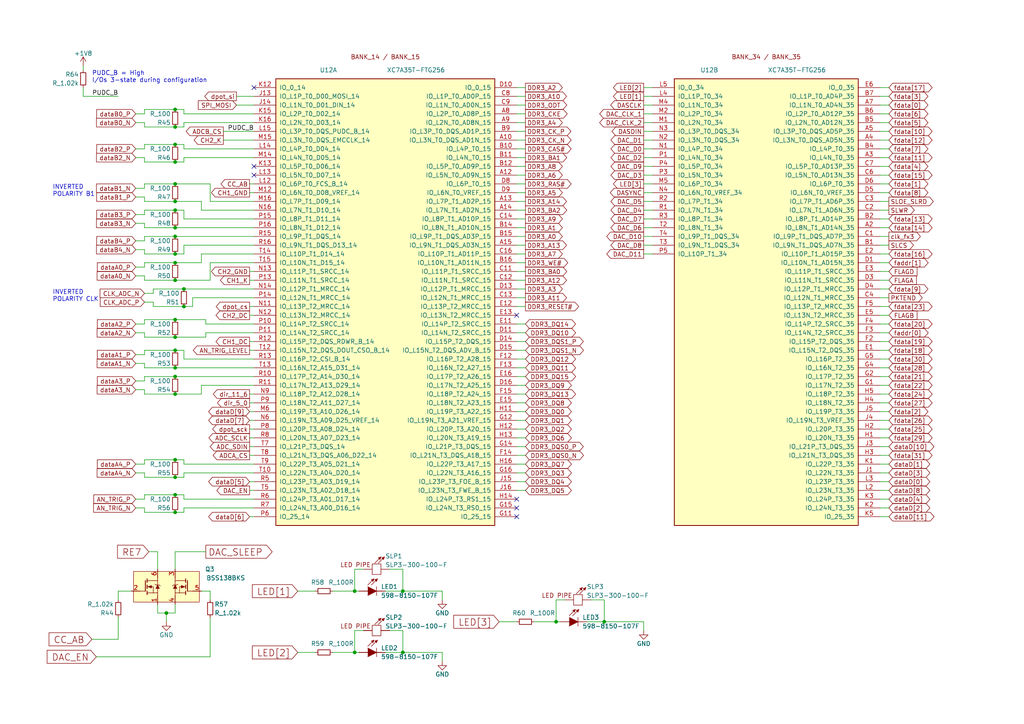
<source format=kicad_sch>
(kicad_sch (version 20211123) (generator eeschema)

  (uuid 398ac0ce-a6d7-46e9-b0d2-f38a583f93bc)

  (paper "A4")

  (title_block
    (title "Scopefun Oscilloscope")
    (rev "v2")
    (comment 1 "Copyright Dejan Priversek 2017")
    (comment 2 "Licensed under CERN OHL v.1.2")
  )

  

  (junction (at 53.34 88.9) (diameter 0) (color 0 0 0 0)
    (uuid 0088ccd1-e5dc-4cdb-b7f6-e7b2983dc5af)
  )
  (junction (at 50.8 138.43) (diameter 0) (color 0 0 0 0)
    (uuid 03493525-9e42-4edf-a568-7919892a473f)
  )
  (junction (at 102.87 171.45) (diameter 0) (color 0 0 0 0)
    (uuid 046b86e4-3f99-4b1b-8afc-2b7655e8b091)
  )
  (junction (at 50.8 73.66) (diameter 0) (color 0 0 0 0)
    (uuid 09cf0645-d8e1-425c-a1b1-50dc308b5fe2)
  )
  (junction (at 50.8 76.2) (diameter 0) (color 0 0 0 0)
    (uuid 0ae82e1e-e87b-4074-a3ac-4ce032970e6f)
  )
  (junction (at 50.8 31.75) (diameter 0) (color 0 0 0 0)
    (uuid 2262369d-908f-4b7b-8fa8-6f936456c0ae)
  )
  (junction (at 116.84 189.23) (diameter 0) (color 0 0 0 0)
    (uuid 24c3ed88-b44c-461f-a72a-c41465279cde)
  )
  (junction (at 50.8 81.28) (diameter 0) (color 0 0 0 0)
    (uuid 39bb9734-8b7d-4247-bc38-bd4a5d9ed06f)
  )
  (junction (at 50.8 114.3) (diameter 0) (color 0 0 0 0)
    (uuid 3d243fdb-41fd-499a-9e6c-1ff5343cde77)
  )
  (junction (at 50.8 36.83) (diameter 0) (color 0 0 0 0)
    (uuid 538ab23b-56dc-41b1-84f0-d71d488e9061)
  )
  (junction (at 50.8 106.68) (diameter 0) (color 0 0 0 0)
    (uuid 53b141a8-4fb6-4e1f-b3eb-8e36e10c5cc1)
  )
  (junction (at 50.8 97.79) (diameter 0) (color 0 0 0 0)
    (uuid 5f3ac091-d5f3-4e8d-bed3-d7d84d73e753)
  )
  (junction (at 53.34 83.82) (diameter 0) (color 0 0 0 0)
    (uuid 68e8d19c-3f2e-4510-b728-540a6aad5333)
  )
  (junction (at 50.8 101.6) (diameter 0) (color 0 0 0 0)
    (uuid 6d2ec6c5-646f-4865-962c-fb5a5edbf1c2)
  )
  (junction (at 48.26 177.8) (diameter 0) (color 0 0 0 0)
    (uuid 6d34db10-7ee4-4cde-a4af-6e0f89095ed8)
  )
  (junction (at 50.8 46.99) (diameter 0) (color 0 0 0 0)
    (uuid 729ec6c1-399d-419e-a69c-f6fb09d801a5)
  )
  (junction (at 50.8 66.04) (diameter 0) (color 0 0 0 0)
    (uuid 748aaee6-99ae-41ad-8caa-46dcb39df129)
  )
  (junction (at 50.8 133.35) (diameter 0) (color 0 0 0 0)
    (uuid 7dfadc2c-0002-4536-9a16-40d98cd244d0)
  )
  (junction (at 50.8 58.42) (diameter 0) (color 0 0 0 0)
    (uuid b4ac9ced-c2e0-4836-a46e-6affbff21678)
  )
  (junction (at 50.8 109.22) (diameter 0) (color 0 0 0 0)
    (uuid c21bc6ca-6ffd-4335-af6c-a4b2da7ed6e9)
  )
  (junction (at 175.26 180.34) (diameter 0) (color 0 0 0 0)
    (uuid c2edc526-248a-4311-bf42-385de82f20d7)
  )
  (junction (at 50.8 53.34) (diameter 0) (color 0 0 0 0)
    (uuid c912059d-5f7c-4079-af03-81ed94feabdd)
  )
  (junction (at 50.8 60.96) (diameter 0) (color 0 0 0 0)
    (uuid db3f768b-4ec7-4178-b70b-b4b036c84502)
  )
  (junction (at 50.8 143.51) (diameter 0) (color 0 0 0 0)
    (uuid df8da694-da12-43e9-b050-9c54dbe4c006)
  )
  (junction (at 50.8 148.59) (diameter 0) (color 0 0 0 0)
    (uuid eb1f5f67-1647-4e1c-ab18-120e742c63a6)
  )
  (junction (at 161.29 180.34) (diameter 0) (color 0 0 0 0)
    (uuid edf14a6b-0d70-4db0-9e28-784d655ee5be)
  )
  (junction (at 102.87 189.23) (diameter 0) (color 0 0 0 0)
    (uuid f33292b6-e256-451d-9bfa-7d07ba9e670f)
  )
  (junction (at 50.8 68.58) (diameter 0) (color 0 0 0 0)
    (uuid f33c1be6-4001-4ece-aa46-3a20267b8ad4)
  )
  (junction (at 116.84 171.45) (diameter 0) (color 0 0 0 0)
    (uuid f9a350f0-b8ca-4c85-b0c4-eb0366ea7894)
  )
  (junction (at 50.8 41.91) (diameter 0) (color 0 0 0 0)
    (uuid fa029060-e57f-4aa6-a571-1f23e687032b)
  )
  (junction (at 50.8 92.71) (diameter 0) (color 0 0 0 0)
    (uuid fba6e488-9940-4c72-a3c3-f2539158fdfc)
  )

  (no_connect (at 149.86 144.78) (uuid 0c26e243-b790-4705-9f55-8a867324ed12))
  (no_connect (at 73.66 50.8) (uuid 3bd73262-7ee1-4541-8298-a0d7411e1d75))
  (no_connect (at 149.86 147.32) (uuid 4420af3a-f5ee-4dfd-9b48-6f0e34137f92))
  (no_connect (at 73.66 25.4) (uuid 8fb055dc-8170-4106-aa22-4b8db6cb5fa9))
  (no_connect (at 149.86 149.86) (uuid 9475e9d3-6cc0-4d12-b7fe-a51d2e5bd435))
  (no_connect (at 149.86 91.44) (uuid abc0decb-50d4-4467-9412-db8d85ff63ff))
  (no_connect (at 73.66 48.26) (uuid c41f1e29-aebd-4106-9e20-ba3cc383b8ef))

  (wire (pts (xy 41.91 62.23) (xy 39.37 62.23))
    (stroke (width 0) (type default) (color 0 0 0 0))
    (uuid 00b32290-b6a3-4fed-82ff-3034599f39a3)
  )
  (wire (pts (xy 186.69 48.26) (xy 189.23 48.26))
    (stroke (width 0) (type default) (color 0 0 0 0))
    (uuid 00f08a0b-82b9-45e5-8519-9f3c6377cd02)
  )
  (wire (pts (xy 255.27 96.52) (xy 257.81 96.52))
    (stroke (width 0) (type default) (color 0 0 0 0))
    (uuid 011a5828-4c3c-4dde-9bdb-284a3f3c4a43)
  )
  (wire (pts (xy 50.8 31.75) (xy 53.34 31.75))
    (stroke (width 0) (type default) (color 0 0 0 0))
    (uuid 01b1eba8-54f3-408a-b4d7-0c52a62ba7ee)
  )
  (wire (pts (xy 255.27 109.22) (xy 257.81 109.22))
    (stroke (width 0) (type default) (color 0 0 0 0))
    (uuid 0243fc01-c89d-427f-ada0-c7b78b375c4b)
  )
  (wire (pts (xy 149.86 124.46) (xy 152.4 124.46))
    (stroke (width 0) (type default) (color 0 0 0 0))
    (uuid 025baa4e-9c0e-4171-ba18-c81707277562)
  )
  (wire (pts (xy 55.88 88.9) (xy 55.88 86.36))
    (stroke (width 0) (type default) (color 0 0 0 0))
    (uuid 02dfc196-d6a5-419a-a42c-6b68de976338)
  )
  (wire (pts (xy 186.69 38.1) (xy 189.23 38.1))
    (stroke (width 0) (type default) (color 0 0 0 0))
    (uuid 03273d97-5274-435d-8d30-f6cf1379d2ec)
  )
  (wire (pts (xy 60.96 76.2) (xy 73.66 76.2))
    (stroke (width 0) (type default) (color 0 0 0 0))
    (uuid 03e75cc6-2d96-4d7f-9d3b-b64b049a6429)
  )
  (wire (pts (xy 41.91 138.43) (xy 50.8 138.43))
    (stroke (width 0) (type default) (color 0 0 0 0))
    (uuid 053c8083-a9af-4404-9cbb-5f2f2c004e29)
  )
  (wire (pts (xy 186.69 63.5) (xy 189.23 63.5))
    (stroke (width 0) (type default) (color 0 0 0 0))
    (uuid 0915a960-c1d1-4819-9c53-aeb8cd5149bf)
  )
  (wire (pts (xy 149.86 58.42) (xy 152.4 58.42))
    (stroke (width 0) (type default) (color 0 0 0 0))
    (uuid 09578cae-3e9a-4372-a934-d377a0227b7c)
  )
  (wire (pts (xy 41.91 137.16) (xy 39.37 137.16))
    (stroke (width 0) (type default) (color 0 0 0 0))
    (uuid 0ae20a84-6157-4c53-abb1-49e9a43fddea)
  )
  (wire (pts (xy 53.34 144.78) (xy 73.66 144.78))
    (stroke (width 0) (type default) (color 0 0 0 0))
    (uuid 0b71d1a0-f7f1-4898-a4ea-edf5332f8ca7)
  )
  (wire (pts (xy 255.27 63.5) (xy 257.81 63.5))
    (stroke (width 0) (type default) (color 0 0 0 0))
    (uuid 0c45290b-d76f-4c88-a4f6-10a6b4367d24)
  )
  (wire (pts (xy 41.91 109.22) (xy 41.91 110.49))
    (stroke (width 0) (type default) (color 0 0 0 0))
    (uuid 0d4445c7-8a0d-46b0-93c7-7c5dd998756e)
  )
  (wire (pts (xy 149.86 50.8) (xy 152.4 50.8))
    (stroke (width 0) (type default) (color 0 0 0 0))
    (uuid 0d9efdde-06ea-47a2-bdf8-78af3ad3ce57)
  )
  (wire (pts (xy 53.34 33.02) (xy 73.66 33.02))
    (stroke (width 0) (type default) (color 0 0 0 0))
    (uuid 0e5c956a-0664-4fcf-9bb1-1eae993c2225)
  )
  (wire (pts (xy 149.86 68.58) (xy 152.4 68.58))
    (stroke (width 0) (type default) (color 0 0 0 0))
    (uuid 0f39e560-9336-4a48-a641-fec45e29a92d)
  )
  (wire (pts (xy 48.26 177.8) (xy 50.8 177.8))
    (stroke (width 0) (type default) (color 0 0 0 0))
    (uuid 0f80cfaf-1b56-4440-9ed9-997455b4bd82)
  )
  (wire (pts (xy 41.91 60.96) (xy 50.8 60.96))
    (stroke (width 0) (type default) (color 0 0 0 0))
    (uuid 0fa0e183-23fd-4787-b228-f9207d787009)
  )
  (wire (pts (xy 68.58 27.94) (xy 73.66 27.94))
    (stroke (width 0) (type default) (color 0 0 0 0))
    (uuid 120c613d-4c12-4293-ae3a-6a512771985f)
  )
  (wire (pts (xy 50.8 92.71) (xy 59.69 92.71))
    (stroke (width 0) (type default) (color 0 0 0 0))
    (uuid 12172027-e9c1-4ec7-a080-002e638deee0)
  )
  (wire (pts (xy 72.39 121.92) (xy 73.66 121.92))
    (stroke (width 0) (type default) (color 0 0 0 0))
    (uuid 1336502c-11bd-4ec2-9aca-20ce8fd7c351)
  )
  (wire (pts (xy 41.91 69.85) (xy 39.37 69.85))
    (stroke (width 0) (type default) (color 0 0 0 0))
    (uuid 139845db-428c-441f-ab00-21d347aa3d8b)
  )
  (wire (pts (xy 58.42 76.2) (xy 58.42 73.66))
    (stroke (width 0) (type default) (color 0 0 0 0))
    (uuid 13c15b23-49c6-473a-a640-272df9fa9b60)
  )
  (wire (pts (xy 41.91 144.78) (xy 39.37 144.78))
    (stroke (width 0) (type default) (color 0 0 0 0))
    (uuid 13dfcd3b-0f2c-4213-9f4e-8f701fa294b3)
  )
  (wire (pts (xy 72.39 99.06) (xy 73.66 99.06))
    (stroke (width 0) (type default) (color 0 0 0 0))
    (uuid 163963d5-9627-43e4-ac5c-e10ad7299143)
  )
  (wire (pts (xy 53.34 60.96) (xy 53.34 63.5))
    (stroke (width 0) (type default) (color 0 0 0 0))
    (uuid 17c56aac-1c19-441e-ad0e-d5f91eeedcde)
  )
  (wire (pts (xy 255.27 99.06) (xy 257.81 99.06))
    (stroke (width 0) (type default) (color 0 0 0 0))
    (uuid 1995a1af-4656-4a47-a563-d0a3f10ab4cf)
  )
  (wire (pts (xy 255.27 35.56) (xy 257.81 35.56))
    (stroke (width 0) (type default) (color 0 0 0 0))
    (uuid 1a253373-7aaa-4800-82a0-f05224ca4a7a)
  )
  (wire (pts (xy 50.8 36.83) (xy 53.34 36.83))
    (stroke (width 0) (type default) (color 0 0 0 0))
    (uuid 1a7201c2-bdfe-4bae-bf45-94fb744a19ca)
  )
  (wire (pts (xy 186.69 53.34) (xy 189.23 53.34))
    (stroke (width 0) (type default) (color 0 0 0 0))
    (uuid 1b6d0560-1178-425c-aa39-65ccb9b9adf6)
  )
  (wire (pts (xy 59.69 93.98) (xy 73.66 93.98))
    (stroke (width 0) (type default) (color 0 0 0 0))
    (uuid 1bcfdeb5-4398-4ba9-8d2b-1afb409aafd2)
  )
  (wire (pts (xy 53.34 45.72) (xy 73.66 45.72))
    (stroke (width 0) (type default) (color 0 0 0 0))
    (uuid 1c32e674-b900-4cad-b800-47a5c2453658)
  )
  (wire (pts (xy 50.8 81.28) (xy 60.96 81.28))
    (stroke (width 0) (type default) (color 0 0 0 0))
    (uuid 1c8d33de-a721-499c-9214-8d4fa169fff2)
  )
  (wire (pts (xy 64.77 38.1) (xy 73.66 38.1))
    (stroke (width 0) (type default) (color 0 0 0 0))
    (uuid 1df894b0-6bd9-44a9-ae83-bc06d12215e1)
  )
  (wire (pts (xy 255.27 27.94) (xy 257.81 27.94))
    (stroke (width 0) (type default) (color 0 0 0 0))
    (uuid 1e5a4a4f-7ec1-4d5e-aab0-77eebafcd5cd)
  )
  (wire (pts (xy 50.8 133.35) (xy 53.34 133.35))
    (stroke (width 0) (type default) (color 0 0 0 0))
    (uuid 2052c261-0484-4b9e-8dd6-502f48a64cb1)
  )
  (wire (pts (xy 149.86 43.18) (xy 152.4 43.18))
    (stroke (width 0) (type default) (color 0 0 0 0))
    (uuid 263da285-41de-4988-ae91-446223e949e6)
  )
  (wire (pts (xy 186.69 50.8) (xy 189.23 50.8))
    (stroke (width 0) (type default) (color 0 0 0 0))
    (uuid 26fb18d1-6ffa-4a4a-b050-bfff5417256a)
  )
  (wire (pts (xy 41.91 93.98) (xy 41.91 92.71))
    (stroke (width 0) (type default) (color 0 0 0 0))
    (uuid 2ab4e285-80ef-4098-93e3-671fb896f742)
  )
  (wire (pts (xy 60.96 171.45) (xy 58.42 171.45))
    (stroke (width 0) (type default) (color 0 0 0 0))
    (uuid 2b105527-e599-4635-9472-cb4bb39953cd)
  )
  (wire (pts (xy 41.91 35.56) (xy 39.37 35.56))
    (stroke (width 0) (type default) (color 0 0 0 0))
    (uuid 2b710c32-5910-4fb5-8e24-08ea454479d9)
  )
  (wire (pts (xy 41.91 80.01) (xy 39.37 80.01))
    (stroke (width 0) (type default) (color 0 0 0 0))
    (uuid 2b78fb96-b83a-454d-9c4c-243d3fcbdc74)
  )
  (wire (pts (xy 186.69 55.88) (xy 189.23 55.88))
    (stroke (width 0) (type default) (color 0 0 0 0))
    (uuid 2c1ead4c-ba2b-4a8a-bb34-69dfd6a07338)
  )
  (wire (pts (xy 41.91 143.51) (xy 50.8 143.51))
    (stroke (width 0) (type default) (color 0 0 0 0))
    (uuid 2c471abf-4676-4834-a661-17c81fec1d5b)
  )
  (wire (pts (xy 128.27 189.23) (xy 128.27 191.77))
    (stroke (width 0) (type default) (color 0 0 0 0))
    (uuid 2c888038-917e-41df-b5eb-b211b97604f8)
  )
  (wire (pts (xy 53.34 148.59) (xy 53.34 147.32))
    (stroke (width 0) (type default) (color 0 0 0 0))
    (uuid 2ceb269c-002a-4d1d-8fcc-3039e49371b1)
  )
  (wire (pts (xy 72.39 55.88) (xy 73.66 55.88))
    (stroke (width 0) (type default) (color 0 0 0 0))
    (uuid 2ecc83c5-7c71-4e10-83c8-795f7b03e775)
  )
  (wire (pts (xy 53.34 133.35) (xy 53.34 134.62))
    (stroke (width 0) (type default) (color 0 0 0 0))
    (uuid 309cce7c-76a5-40f7-bf52-1289c4234f67)
  )
  (wire (pts (xy 24.13 27.94) (xy 24.13 25.4))
    (stroke (width 0) (type default) (color 0 0 0 0))
    (uuid 323e7672-855c-4c2f-80c8-1a139e99473b)
  )
  (wire (pts (xy 149.86 137.16) (xy 152.4 137.16))
    (stroke (width 0) (type default) (color 0 0 0 0))
    (uuid 3259f80d-9863-4549-b902-9b908fd99360)
  )
  (wire (pts (xy 41.91 66.04) (xy 41.91 64.77))
    (stroke (width 0) (type default) (color 0 0 0 0))
    (uuid 340170db-45d6-4c78-9448-445128dd4314)
  )
  (wire (pts (xy 58.42 111.76) (xy 73.66 111.76))
    (stroke (width 0) (type default) (color 0 0 0 0))
    (uuid 348b39ce-20d2-4f01-b3b8-e8bd5a2fc26e)
  )
  (wire (pts (xy 186.69 27.94) (xy 189.23 27.94))
    (stroke (width 0) (type default) (color 0 0 0 0))
    (uuid 34cf0ce0-4224-4cff-b8da-dac4a1c9b668)
  )
  (wire (pts (xy 149.86 63.5) (xy 152.4 63.5))
    (stroke (width 0) (type default) (color 0 0 0 0))
    (uuid 35c7b937-91fd-45b7-ba9b-d8002e5399af)
  )
  (wire (pts (xy 60.96 81.28) (xy 60.96 76.2))
    (stroke (width 0) (type default) (color 0 0 0 0))
    (uuid 35d35ecc-35d5-4891-8a97-348283c292df)
  )
  (wire (pts (xy 43.18 160.02) (xy 45.72 160.02))
    (stroke (width 0) (type default) (color 0 0 0 0))
    (uuid 35de7c74-c0fd-402f-89c6-21e104d392aa)
  )
  (wire (pts (xy 41.91 54.61) (xy 39.37 54.61))
    (stroke (width 0) (type default) (color 0 0 0 0))
    (uuid 35ed081c-163b-4979-90e3-f6e508b6c0fd)
  )
  (wire (pts (xy 59.69 96.52) (xy 73.66 96.52))
    (stroke (width 0) (type default) (color 0 0 0 0))
    (uuid 36815cf6-0422-444c-a3e8-ed66ef92f617)
  )
  (wire (pts (xy 186.69 73.66) (xy 189.23 73.66))
    (stroke (width 0) (type default) (color 0 0 0 0))
    (uuid 369de6e0-38f9-4c75-93ed-d58163562fde)
  )
  (wire (pts (xy 255.27 48.26) (xy 257.81 48.26))
    (stroke (width 0) (type default) (color 0 0 0 0))
    (uuid 37104389-0ffa-4ff9-884c-f7e490c8571a)
  )
  (wire (pts (xy 255.27 149.86) (xy 257.81 149.86))
    (stroke (width 0) (type default) (color 0 0 0 0))
    (uuid 37be8254-7e2c-4f4c-a147-46fa446006a2)
  )
  (wire (pts (xy 96.52 171.45) (xy 102.87 171.45))
    (stroke (width 0) (type default) (color 0 0 0 0))
    (uuid 39ea8622-ff03-464a-b272-99edd2919443)
  )
  (wire (pts (xy 60.96 173.99) (xy 60.96 171.45))
    (stroke (width 0) (type default) (color 0 0 0 0))
    (uuid 3b5c237f-d7d6-49ed-b03e-6a11bbbe8b45)
  )
  (wire (pts (xy 41.91 46.99) (xy 41.91 45.72))
    (stroke (width 0) (type default) (color 0 0 0 0))
    (uuid 3b6f4330-bdb8-40df-a620-2777b9dcf025)
  )
  (wire (pts (xy 255.27 86.36) (xy 257.81 86.36))
    (stroke (width 0) (type default) (color 0 0 0 0))
    (uuid 3c0146c9-302b-4005-9f50-7766581fb71a)
  )
  (wire (pts (xy 41.91 106.68) (xy 41.91 105.41))
    (stroke (width 0) (type default) (color 0 0 0 0))
    (uuid 3def0672-3d83-48f7-bcb3-c4be8da902d5)
  )
  (wire (pts (xy 255.27 76.2) (xy 257.81 76.2))
    (stroke (width 0) (type default) (color 0 0 0 0))
    (uuid 3e6b83fc-7519-4ddb-953c-bb9f626bfed6)
  )
  (wire (pts (xy 50.8 97.79) (xy 59.69 97.79))
    (stroke (width 0) (type default) (color 0 0 0 0))
    (uuid 3f9c69a6-e3b9-4351-b3b8-d40fb63a47bd)
  )
  (wire (pts (xy 39.37 102.87) (xy 41.91 102.87))
    (stroke (width 0) (type default) (color 0 0 0 0))
    (uuid 3fd645e4-1c4f-4c07-afcb-59e3215127ca)
  )
  (wire (pts (xy 44.45 87.63) (xy 41.91 87.63))
    (stroke (width 0) (type default) (color 0 0 0 0))
    (uuid 3fe57f75-cef2-49bf-8f39-08e2d5e470a6)
  )
  (wire (pts (xy 161.29 173.99) (xy 163.83 173.99))
    (stroke (width 0) (type default) (color 0 0 0 0))
    (uuid 40b56ce4-b09f-4e90-85cf-ab6bc76787eb)
  )
  (wire (pts (xy 41.91 77.47) (xy 39.37 77.47))
    (stroke (width 0) (type default) (color 0 0 0 0))
    (uuid 4155505f-3687-467b-8149-9afc3d422f5e)
  )
  (wire (pts (xy 149.86 114.3) (xy 152.4 114.3))
    (stroke (width 0) (type default) (color 0 0 0 0))
    (uuid 43d2d4b8-f1d7-4f2a-aa85-7cb4bf6c251c)
  )
  (wire (pts (xy 149.86 104.14) (xy 152.4 104.14))
    (stroke (width 0) (type default) (color 0 0 0 0))
    (uuid 44a15e1c-f254-4648-a79e-78dd546b3ad3)
  )
  (wire (pts (xy 53.34 31.75) (xy 53.34 33.02))
    (stroke (width 0) (type default) (color 0 0 0 0))
    (uuid 45234e68-f309-41ff-b7bf-09e6fd708b9a)
  )
  (wire (pts (xy 44.45 88.9) (xy 44.45 87.63))
    (stroke (width 0) (type default) (color 0 0 0 0))
    (uuid 471daa01-3a76-4842-b6a8-0e5eaf807e51)
  )
  (wire (pts (xy 41.91 72.39) (xy 39.37 72.39))
    (stroke (width 0) (type default) (color 0 0 0 0))
    (uuid 497a3aba-0f0c-436e-9543-aa7c20ad968e)
  )
  (wire (pts (xy 149.86 81.28) (xy 152.4 81.28))
    (stroke (width 0) (type default) (color 0 0 0 0))
    (uuid 49c37692-773a-4783-950a-c26c3d94c603)
  )
  (wire (pts (xy 41.91 53.34) (xy 50.8 53.34))
    (stroke (width 0) (type default) (color 0 0 0 0))
    (uuid 4a075904-512b-4037-94e6-7684d38257fa)
  )
  (wire (pts (xy 154.94 180.34) (xy 161.29 180.34))
    (stroke (width 0) (type default) (color 0 0 0 0))
    (uuid 4e4e43cd-2fbe-4bd3-97f5-d69c14cf2e78)
  )
  (wire (pts (xy 41.91 114.3) (xy 50.8 114.3))
    (stroke (width 0) (type default) (color 0 0 0 0))
    (uuid 4fd71ace-e7e5-4178-b283-ff6aff72d6c4)
  )
  (wire (pts (xy 72.39 78.74) (xy 73.66 78.74))
    (stroke (width 0) (type default) (color 0 0 0 0))
    (uuid 51f88087-859c-4bc7-a7f1-d8cac8d2db4e)
  )
  (wire (pts (xy 105.41 165.1) (xy 102.87 165.1))
    (stroke (width 0) (type default) (color 0 0 0 0))
    (uuid 5205aebd-9933-4ae9-a0ce-7844b2f8a68d)
  )
  (wire (pts (xy 44.45 88.9) (xy 53.34 88.9))
    (stroke (width 0) (type default) (color 0 0 0 0))
    (uuid 522ec98c-f663-42b7-a5dd-6f3331445a72)
  )
  (wire (pts (xy 255.27 66.04) (xy 257.81 66.04))
    (stroke (width 0) (type default) (color 0 0 0 0))
    (uuid 528fa016-8dda-47a4-ac5a-14ef00dc9116)
  )
  (wire (pts (xy 255.27 60.96) (xy 257.81 60.96))
    (stroke (width 0) (type default) (color 0 0 0 0))
    (uuid 5362a7bb-6a5c-4582-8a84-dd179357b30c)
  )
  (wire (pts (xy 255.27 147.32) (xy 257.81 147.32))
    (stroke (width 0) (type default) (color 0 0 0 0))
    (uuid 53b9d0a9-bdca-4a98-a62c-67ea855d8049)
  )
  (wire (pts (xy 41.91 106.68) (xy 50.8 106.68))
    (stroke (width 0) (type default) (color 0 0 0 0))
    (uuid 53dc5eaa-73e3-43ab-9e31-a54cd5adc72f)
  )
  (wire (pts (xy 72.39 142.24) (xy 73.66 142.24))
    (stroke (width 0) (type default) (color 0 0 0 0))
    (uuid 542c0bc2-7279-4d6b-bfea-489836939f96)
  )
  (wire (pts (xy 53.34 104.14) (xy 73.66 104.14))
    (stroke (width 0) (type default) (color 0 0 0 0))
    (uuid 5467a1d8-1da8-4db6-8370-a392f817657d)
  )
  (wire (pts (xy 50.8 109.22) (xy 73.66 109.22))
    (stroke (width 0) (type default) (color 0 0 0 0))
    (uuid 54bcedbe-ae25-44a5-a639-bc2e53ce89ec)
  )
  (wire (pts (xy 41.91 73.66) (xy 41.91 72.39))
    (stroke (width 0) (type default) (color 0 0 0 0))
    (uuid 56d2c581-0e1d-4968-9265-81ebcc2ced46)
  )
  (wire (pts (xy 149.86 111.76) (xy 152.4 111.76))
    (stroke (width 0) (type default) (color 0 0 0 0))
    (uuid 571912b7-93f1-48e7-9716-795cf2eaaab5)
  )
  (wire (pts (xy 50.8 143.51) (xy 53.34 143.51))
    (stroke (width 0) (type default) (color 0 0 0 0))
    (uuid 5acf95f9-22be-43e2-8d6b-0faa160c0d3b)
  )
  (wire (pts (xy 41.91 92.71) (xy 50.8 92.71))
    (stroke (width 0) (type default) (color 0 0 0 0))
    (uuid 5c19c8eb-a9eb-4833-b94e-16d408a4c614)
  )
  (wire (pts (xy 116.84 171.45) (xy 128.27 171.45))
    (stroke (width 0) (type default) (color 0 0 0 0))
    (uuid 5c548cbb-0979-4275-923f-ba8420f7da1f)
  )
  (wire (pts (xy 113.03 182.88) (xy 116.84 182.88))
    (stroke (width 0) (type default) (color 0 0 0 0))
    (uuid 5cd8fe45-fa49-4729-81c8-b7c257fc3660)
  )
  (wire (pts (xy 53.34 43.18) (xy 73.66 43.18))
    (stroke (width 0) (type default) (color 0 0 0 0))
    (uuid 5e913aea-9f40-4ef2-954f-5459dfa8324f)
  )
  (wire (pts (xy 186.69 43.18) (xy 189.23 43.18))
    (stroke (width 0) (type default) (color 0 0 0 0))
    (uuid 606bed62-2645-43b2-8746-701feb5d482c)
  )
  (wire (pts (xy 50.8 73.66) (xy 53.34 73.66))
    (stroke (width 0) (type default) (color 0 0 0 0))
    (uuid 6074fc58-7027-47e3-a85e-18b83e36657f)
  )
  (wire (pts (xy 255.27 78.74) (xy 257.81 78.74))
    (stroke (width 0) (type default) (color 0 0 0 0))
    (uuid 60fcc63f-51e7-4ba1-b8e2-7f58e866098a)
  )
  (wire (pts (xy 72.39 129.54) (xy 73.66 129.54))
    (stroke (width 0) (type default) (color 0 0 0 0))
    (uuid 6113579d-31be-4355-a9fe-a8360d0b05d8)
  )
  (wire (pts (xy 26.67 185.42) (xy 34.29 185.42))
    (stroke (width 0) (type default) (color 0 0 0 0))
    (uuid 62009989-8103-49af-b226-a7bac174e878)
  )
  (wire (pts (xy 48.26 180.34) (xy 48.26 177.8))
    (stroke (width 0) (type default) (color 0 0 0 0))
    (uuid 62b3c9b2-7111-4fb4-8944-c22c00c06d9d)
  )
  (wire (pts (xy 149.86 25.4) (xy 152.4 25.4))
    (stroke (width 0) (type default) (color 0 0 0 0))
    (uuid 6311912c-38c9-4819-91b4-41931ccb7cc5)
  )
  (wire (pts (xy 50.8 114.3) (xy 58.42 114.3))
    (stroke (width 0) (type default) (color 0 0 0 0))
    (uuid 634ccb25-7f37-441c-95bf-75ef8732e4a0)
  )
  (wire (pts (xy 255.27 81.28) (xy 257.81 81.28))
    (stroke (width 0) (type default) (color 0 0 0 0))
    (uuid 63530c34-e56d-412b-a20c-0f5801e0b75c)
  )
  (wire (pts (xy 50.8 101.6) (xy 53.34 101.6))
    (stroke (width 0) (type default) (color 0 0 0 0))
    (uuid 6362c3cc-e01b-4427-9541-b95a28035bc3)
  )
  (wire (pts (xy 58.42 60.96) (xy 73.66 60.96))
    (stroke (width 0) (type default) (color 0 0 0 0))
    (uuid 63d2de20-f243-448e-8f9b-9238fd5af361)
  )
  (wire (pts (xy 149.86 139.7) (xy 152.4 139.7))
    (stroke (width 0) (type default) (color 0 0 0 0))
    (uuid 63d855ac-697e-4eed-8221-860e4b1819e2)
  )
  (wire (pts (xy 149.86 96.52) (xy 152.4 96.52))
    (stroke (width 0) (type default) (color 0 0 0 0))
    (uuid 64b61241-8bda-4750-89dd-2ebbc378c5f9)
  )
  (wire (pts (xy 149.86 48.26) (xy 152.4 48.26))
    (stroke (width 0) (type default) (color 0 0 0 0))
    (uuid 685f0c83-aca6-41ce-b1e2-d29dc9c7b015)
  )
  (wire (pts (xy 60.96 190.5) (xy 60.96 179.07))
    (stroke (width 0) (type default) (color 0 0 0 0))
    (uuid 6a31060f-6af7-4ff7-881b-4bd0403498b4)
  )
  (wire (pts (xy 53.34 46.99) (xy 53.34 45.72))
    (stroke (width 0) (type default) (color 0 0 0 0))
    (uuid 6ae637ec-7362-4a65-97c0-20e6d5770fa2)
  )
  (wire (pts (xy 50.8 53.34) (xy 60.96 53.34))
    (stroke (width 0) (type default) (color 0 0 0 0))
    (uuid 6c24b772-4fa4-4426-9fb1-09afe35d90e3)
  )
  (wire (pts (xy 73.66 149.86) (xy 72.39 149.86))
    (stroke (width 0) (type default) (color 0 0 0 0))
    (uuid 6ccd433d-6c2a-4816-b21d-4a0768a4b1bf)
  )
  (wire (pts (xy 41.91 66.04) (xy 50.8 66.04))
    (stroke (width 0) (type default) (color 0 0 0 0))
    (uuid 6d7729f9-9d51-4b7c-bb0a-c926d4ef9093)
  )
  (wire (pts (xy 44.45 85.09) (xy 41.91 85.09))
    (stroke (width 0) (type default) (color 0 0 0 0))
    (uuid 6e20a929-6835-4dcc-b4d9-87133acdf6b5)
  )
  (wire (pts (xy 72.39 116.84) (xy 73.66 116.84))
    (stroke (width 0) (type default) (color 0 0 0 0))
    (uuid 6e4fd549-4e22-4263-aa63-fbb79f10ecb8)
  )
  (wire (pts (xy 149.86 66.04) (xy 152.4 66.04))
    (stroke (width 0) (type default) (color 0 0 0 0))
    (uuid 6f5f0c33-b595-427a-8f2d-635a21b1d521)
  )
  (wire (pts (xy 41.91 81.28) (xy 50.8 81.28))
    (stroke (width 0) (type default) (color 0 0 0 0))
    (uuid 70b8744a-7f56-4a6d-a71a-1de076f49081)
  )
  (wire (pts (xy 149.86 78.74) (xy 152.4 78.74))
    (stroke (width 0) (type default) (color 0 0 0 0))
    (uuid 72ba5474-7379-4b9c-915b-82f389a67577)
  )
  (wire (pts (xy 72.39 124.46) (xy 73.66 124.46))
    (stroke (width 0) (type default) (color 0 0 0 0))
    (uuid 72e8fcce-5083-40f6-a91f-3bfabc7c7549)
  )
  (wire (pts (xy 255.27 25.4) (xy 257.81 25.4))
    (stroke (width 0) (type default) (color 0 0 0 0))
    (uuid 73237229-68da-4bfc-80d6-f3f33e277d06)
  )
  (wire (pts (xy 149.86 121.92) (xy 152.4 121.92))
    (stroke (width 0) (type default) (color 0 0 0 0))
    (uuid 7338b5a9-3a85-4450-86b4-5007c87a58ff)
  )
  (wire (pts (xy 152.4 86.36) (xy 149.86 86.36))
    (stroke (width 0) (type default) (color 0 0 0 0))
    (uuid 73872e39-ae4d-44e4-b9c1-d79891d9d4d4)
  )
  (wire (pts (xy 149.86 142.24) (xy 152.4 142.24))
    (stroke (width 0) (type default) (color 0 0 0 0))
    (uuid 73a44f0b-73f5-401a-a4f9-19586eb00839)
  )
  (wire (pts (xy 41.91 43.18) (xy 39.37 43.18))
    (stroke (width 0) (type default) (color 0 0 0 0))
    (uuid 7457f92b-d768-49d2-a7c7-6385146769b6)
  )
  (wire (pts (xy 255.27 91.44) (xy 257.81 91.44))
    (stroke (width 0) (type default) (color 0 0 0 0))
    (uuid 74936d8a-1d36-412e-8d34-dbf39e66d962)
  )
  (wire (pts (xy 41.91 96.52) (xy 39.37 96.52))
    (stroke (width 0) (type default) (color 0 0 0 0))
    (uuid 74a9d92f-93b8-42e6-97b6-ac630c5378b8)
  )
  (wire (pts (xy 255.27 33.02) (xy 257.81 33.02))
    (stroke (width 0) (type default) (color 0 0 0 0))
    (uuid 7505eede-a417-42c3-88a2-1fe21ee21a2a)
  )
  (wire (pts (xy 59.69 160.02) (xy 50.8 160.02))
    (stroke (width 0) (type default) (color 0 0 0 0))
    (uuid 764b9621-9f48-4ed9-9326-45a78f80bc3d)
  )
  (wire (pts (xy 73.66 139.7) (xy 72.39 139.7))
    (stroke (width 0) (type default) (color 0 0 0 0))
    (uuid 772b2560-c224-4933-9225-40be66422908)
  )
  (wire (pts (xy 149.86 132.08) (xy 152.4 132.08))
    (stroke (width 0) (type default) (color 0 0 0 0))
    (uuid 79977da0-fdcb-4922-8297-b08770982ade)
  )
  (wire (pts (xy 50.8 76.2) (xy 58.42 76.2))
    (stroke (width 0) (type default) (color 0 0 0 0))
    (uuid 7a2c4cae-3d53-422a-9855-872f3643308b)
  )
  (wire (pts (xy 257.81 121.92) (xy 255.27 121.92))
    (stroke (width 0) (type default) (color 0 0 0 0))
    (uuid 7b7e0923-b508-4aa1-91a7-05a7557a88ee)
  )
  (wire (pts (xy 41.91 81.28) (xy 41.91 80.01))
    (stroke (width 0) (type default) (color 0 0 0 0))
    (uuid 7bdf0f3e-3a1c-4abb-9c33-d80432067514)
  )
  (wire (pts (xy 161.29 180.34) (xy 162.56 180.34))
    (stroke (width 0) (type default) (color 0 0 0 0))
    (uuid 7bf2a0fa-98a7-4775-8bc6-2420389010b7)
  )
  (wire (pts (xy 255.27 116.84) (xy 257.81 116.84))
    (stroke (width 0) (type default) (color 0 0 0 0))
    (uuid 7bf62f93-87a1-4db1-8ca9-79ce9596c2b8)
  )
  (wire (pts (xy 24.13 27.94) (xy 34.29 27.94))
    (stroke (width 0) (type default) (color 0 0 0 0))
    (uuid 7c019622-7717-478d-9060-42f05ab2dcda)
  )
  (wire (pts (xy 34.29 173.99) (xy 34.29 171.45))
    (stroke (width 0) (type default) (color 0 0 0 0))
    (uuid 7c21332b-0697-4b14-87b6-35bc88568ecb)
  )
  (wire (pts (xy 72.39 81.28) (xy 73.66 81.28))
    (stroke (width 0) (type default) (color 0 0 0 0))
    (uuid 7c78ac6e-4741-4718-9f69-92b018410c98)
  )
  (wire (pts (xy 50.8 148.59) (xy 53.34 148.59))
    (stroke (width 0) (type default) (color 0 0 0 0))
    (uuid 7d99d48f-05b6-4ea9-86b8-62bec95aa587)
  )
  (wire (pts (xy 186.69 66.04) (xy 189.23 66.04))
    (stroke (width 0) (type default) (color 0 0 0 0))
    (uuid 7f27dd6e-61a8-4bb4-ac85-149b149d66f3)
  )
  (wire (pts (xy 53.34 73.66) (xy 53.34 71.12))
    (stroke (width 0) (type default) (color 0 0 0 0))
    (uuid 7fd42837-f5c5-4745-aa29-c722e6e8c542)
  )
  (wire (pts (xy 44.45 83.82) (xy 53.34 83.82))
    (stroke (width 0) (type default) (color 0 0 0 0))
    (uuid 80a2470c-00a2-4c03-b1a3-19751e820fe5)
  )
  (wire (pts (xy 41.91 53.34) (xy 41.91 54.61))
    (stroke (width 0) (type default) (color 0 0 0 0))
    (uuid 81049ca2-49e7-44ea-98ba-da99c1259c4b)
  )
  (wire (pts (xy 60.96 58.42) (xy 73.66 58.42))
    (stroke (width 0) (type default) (color 0 0 0 0))
    (uuid 817cea77-3614-46eb-ac46-8f839c322ae1)
  )
  (wire (pts (xy 41.91 31.75) (xy 41.91 33.02))
    (stroke (width 0) (type default) (color 0 0 0 0))
    (uuid 81b0798c-3dcf-44aa-bdff-27c7582e7f35)
  )
  (wire (pts (xy 255.27 93.98) (xy 257.81 93.98))
    (stroke (width 0) (type default) (color 0 0 0 0))
    (uuid 8356d232-ef50-40f0-a742-8beed5a9bc27)
  )
  (wire (pts (xy 255.27 101.6) (xy 257.81 101.6))
    (stroke (width 0) (type default) (color 0 0 0 0))
    (uuid 837176e9-8fab-41d2-86dd-da3b1b3dd39f)
  )
  (wire (pts (xy 255.27 45.72) (xy 257.81 45.72))
    (stroke (width 0) (type default) (color 0 0 0 0))
    (uuid 84164d3c-90bc-45b0-ac63-7f7a93843cb3)
  )
  (wire (pts (xy 41.91 68.58) (xy 50.8 68.58))
    (stroke (width 0) (type default) (color 0 0 0 0))
    (uuid 84f90a15-76dd-441a-b440-962c336c2b22)
  )
  (wire (pts (xy 39.37 93.98) (xy 41.91 93.98))
    (stroke (width 0) (type default) (color 0 0 0 0))
    (uuid 862b97e2-70d6-4aea-9357-60983bc901d8)
  )
  (wire (pts (xy 50.8 68.58) (xy 73.66 68.58))
    (stroke (width 0) (type default) (color 0 0 0 0))
    (uuid 868e4046-f070-4126-9940-0cf2cdeca915)
  )
  (wire (pts (xy 50.8 58.42) (xy 58.42 58.42))
    (stroke (width 0) (type default) (color 0 0 0 0))
    (uuid 86d1e8a7-66b4-4d98-a238-1cd64f7e3403)
  )
  (wire (pts (xy 58.42 58.42) (xy 58.42 60.96))
    (stroke (width 0) (type default) (color 0 0 0 0))
    (uuid 87bf82be-e16c-461b-9bae-ecedbbb19a0f)
  )
  (wire (pts (xy 149.86 88.9) (xy 152.4 88.9))
    (stroke (width 0) (type default) (color 0 0 0 0))
    (uuid 87cac154-b9d1-4a7e-a967-b26bda25a107)
  )
  (wire (pts (xy 255.27 119.38) (xy 257.81 119.38))
    (stroke (width 0) (type default) (color 0 0 0 0))
    (uuid 884b30ea-af8f-4f82-a557-df4823436067)
  )
  (wire (pts (xy 255.27 129.54) (xy 257.81 129.54))
    (stroke (width 0) (type default) (color 0 0 0 0))
    (uuid 888c76fa-7b17-4835-83d9-86e7676bd4ef)
  )
  (wire (pts (xy 50.8 41.91) (xy 53.34 41.91))
    (stroke (width 0) (type default) (color 0 0 0 0))
    (uuid 892b1a05-390c-44e5-9449-4550393501a7)
  )
  (wire (pts (xy 149.86 55.88) (xy 152.4 55.88))
    (stroke (width 0) (type default) (color 0 0 0 0))
    (uuid 8a3add20-c253-4adc-b840-becd588ad034)
  )
  (wire (pts (xy 149.86 129.54) (xy 152.4 129.54))
    (stroke (width 0) (type default) (color 0 0 0 0))
    (uuid 8c1aa883-be0a-4c66-94de-9db387d409d3)
  )
  (wire (pts (xy 53.34 41.91) (xy 53.34 43.18))
    (stroke (width 0) (type default) (color 0 0 0 0))
    (uuid 8c7bd4ce-3cc3-4104-be74-26d37631d034)
  )
  (wire (pts (xy 255.27 58.42) (xy 257.81 58.42))
    (stroke (width 0) (type default) (color 0 0 0 0))
    (uuid 8d9e19c9-1c38-4d1f-a346-c1ec50453cc1)
  )
  (wire (pts (xy 149.86 30.48) (xy 152.4 30.48))
    (stroke (width 0) (type default) (color 0 0 0 0))
    (uuid 8f43871f-66bd-48f6-8a27-9d3168ee9b0c)
  )
  (wire (pts (xy 45.72 177.8) (xy 48.26 177.8))
    (stroke (width 0) (type default) (color 0 0 0 0))
    (uuid 8f5f6b78-7379-40ed-b159-1ace68a64faf)
  )
  (wire (pts (xy 41.91 148.59) (xy 41.91 147.32))
    (stroke (width 0) (type default) (color 0 0 0 0))
    (uuid 8f769b74-1b51-4a11-b217-f7821e4b85b4)
  )
  (wire (pts (xy 50.8 46.99) (xy 53.34 46.99))
    (stroke (width 0) (type default) (color 0 0 0 0))
    (uuid 8f90c2be-1d26-4db6-b404-0a327fbe93dd)
  )
  (wire (pts (xy 255.27 106.68) (xy 257.81 106.68))
    (stroke (width 0) (type default) (color 0 0 0 0))
    (uuid 8f9bfdb5-2a57-4831-bd00-f02c2bbb920e)
  )
  (wire (pts (xy 41.91 68.58) (xy 41.91 69.85))
    (stroke (width 0) (type default) (color 0 0 0 0))
    (uuid 90033174-e9d8-4aed-9ec7-ca20b26c50cd)
  )
  (wire (pts (xy 105.41 182.88) (xy 102.87 182.88))
    (stroke (width 0) (type default) (color 0 0 0 0))
    (uuid 91693c2d-393b-42f7-a860-3895f87b3638)
  )
  (wire (pts (xy 255.27 43.18) (xy 257.81 43.18))
    (stroke (width 0) (type default) (color 0 0 0 0))
    (uuid 925356e8-9fe3-4fca-8329-eba967a76629)
  )
  (wire (pts (xy 41.91 46.99) (xy 50.8 46.99))
    (stroke (width 0) (type default) (color 0 0 0 0))
    (uuid 926f4738-cb7b-4379-bba2-492c7899975b)
  )
  (wire (pts (xy 41.91 147.32) (xy 39.37 147.32))
    (stroke (width 0) (type default) (color 0 0 0 0))
    (uuid 9354e3c1-baf3-4fb1-ad89-26708e92f2f3)
  )
  (wire (pts (xy 255.27 124.46) (xy 257.81 124.46))
    (stroke (width 0) (type default) (color 0 0 0 0))
    (uuid 9428c84f-f95c-4fa2-a59d-586cb3c5d4fd)
  )
  (wire (pts (xy 255.27 38.1) (xy 257.81 38.1))
    (stroke (width 0) (type default) (color 0 0 0 0))
    (uuid 96916265-4653-41c3-9a80-f6775aa2b630)
  )
  (wire (pts (xy 45.72 177.8) (xy 45.72 175.26))
    (stroke (width 0) (type default) (color 0 0 0 0))
    (uuid 96e9151c-3ffb-4971-98de-85cb948ccc16)
  )
  (wire (pts (xy 86.36 189.23) (xy 91.44 189.23))
    (stroke (width 0) (type default) (color 0 0 0 0))
    (uuid 983c6f9b-ab5a-42af-bd5a-759d76f91388)
  )
  (wire (pts (xy 41.91 113.03) (xy 41.91 114.3))
    (stroke (width 0) (type default) (color 0 0 0 0))
    (uuid 98b6599a-8370-4d52-ab50-e7859ffdc872)
  )
  (wire (pts (xy 34.29 185.42) (xy 34.29 179.07))
    (stroke (width 0) (type default) (color 0 0 0 0))
    (uuid 9a1d0aac-d424-44a1-ad3f-6accfbc230c0)
  )
  (wire (pts (xy 41.91 33.02) (xy 39.37 33.02))
    (stroke (width 0) (type default) (color 0 0 0 0))
    (uuid 9a1ee4ae-e660-49f2-995b-2f9e786a47d2)
  )
  (wire (pts (xy 86.36 171.45) (xy 91.44 171.45))
    (stroke (width 0) (type default) (color 0 0 0 0))
    (uuid 9a4a71ed-bbe3-46ad-af06-4ef58134b0e7)
  )
  (wire (pts (xy 116.84 165.1) (xy 116.84 171.45))
    (stroke (width 0) (type default) (color 0 0 0 0))
    (uuid 9a9a7510-b2a5-43df-8d9d-d3aaa288fb46)
  )
  (wire (pts (xy 149.86 73.66) (xy 152.4 73.66))
    (stroke (width 0) (type default) (color 0 0 0 0))
    (uuid 9d2fde8e-b826-4531-95cf-8efc22c2d5d7)
  )
  (wire (pts (xy 24.13 19.05) (xy 24.13 20.32))
    (stroke (width 0) (type default) (color 0 0 0 0))
    (uuid 9e476baf-fafa-4406-b556-1eac836b4e2d)
  )
  (wire (pts (xy 41.91 45.72) (xy 39.37 45.72))
    (stroke (width 0) (type default) (color 0 0 0 0))
    (uuid 9f680a18-1241-4418-aadb-0c206c9b1e25)
  )
  (wire (pts (xy 41.91 105.41) (xy 39.37 105.41))
    (stroke (width 0) (type default) (color 0 0 0 0))
    (uuid 9fdf8bbc-e3ca-4283-a65c-7015973dbcab)
  )
  (wire (pts (xy 186.69 60.96) (xy 189.23 60.96))
    (stroke (width 0) (type default) (color 0 0 0 0))
    (uuid a0b9f050-1be7-488f-85b2-08f372f83ded)
  )
  (wire (pts (xy 255.27 114.3) (xy 257.81 114.3))
    (stroke (width 0) (type default) (color 0 0 0 0))
    (uuid a104f8b7-5461-444e-b965-b1e6732ac99f)
  )
  (wire (pts (xy 72.39 88.9) (xy 73.66 88.9))
    (stroke (width 0) (type default) (color 0 0 0 0))
    (uuid a1511268-85a7-4e3f-80bb-303e6d2919e8)
  )
  (wire (pts (xy 72.39 119.38) (xy 73.66 119.38))
    (stroke (width 0) (type default) (color 0 0 0 0))
    (uuid a24c495d-6be2-4999-9a23-d78f9efcd58e)
  )
  (wire (pts (xy 149.86 101.6) (xy 152.4 101.6))
    (stroke (width 0) (type default) (color 0 0 0 0))
    (uuid a3211a09-e8bb-45b4-9fce-27397cf3f049)
  )
  (wire (pts (xy 149.86 35.56) (xy 152.4 35.56))
    (stroke (width 0) (type default) (color 0 0 0 0))
    (uuid a383ae1e-3ba1-4761-8163-d95206e1b33b)
  )
  (wire (pts (xy 175.26 173.99) (xy 175.26 180.34))
    (stroke (width 0) (type default) (color 0 0 0 0))
    (uuid a4e658ae-75b3-4b98-a317-251aa26f5622)
  )
  (wire (pts (xy 41.91 36.83) (xy 50.8 36.83))
    (stroke (width 0) (type default) (color 0 0 0 0))
    (uuid a5447a5a-3f78-463f-92b3-8019d9cbd4f4)
  )
  (wire (pts (xy 41.91 41.91) (xy 50.8 41.91))
    (stroke (width 0) (type default) (color 0 0 0 0))
    (uuid a5bd6a24-c5c1-4715-81cc-bb0140eee476)
  )
  (wire (pts (xy 53.34 138.43) (xy 53.34 137.16))
    (stroke (width 0) (type default) (color 0 0 0 0))
    (uuid a5c7abb9-628b-4db0-9244-e209be576760)
  )
  (wire (pts (xy 72.39 114.3) (xy 73.66 114.3))
    (stroke (width 0) (type default) (color 0 0 0 0))
    (uuid a5d01954-50f2-4ef4-ac22-4fad9b9b2741)
  )
  (wire (pts (xy 73.66 132.08) (xy 72.39 132.08))
    (stroke (width 0) (type default) (color 0 0 0 0))
    (uuid a7928873-604e-41b4-8f3c-a9332a26491c)
  )
  (wire (pts (xy 50.8 60.96) (xy 53.34 60.96))
    (stroke (width 0) (type default) (color 0 0 0 0))
    (uuid a889aafc-22c9-4a94-bb42-efbe6b11c95c)
  )
  (wire (pts (xy 255.27 111.76) (xy 257.81 111.76))
    (stroke (width 0) (type default) (color 0 0 0 0))
    (uuid a91b2e0e-b141-4814-b267-2fdc9c6a6658)
  )
  (wire (pts (xy 111.76 171.45) (xy 116.84 171.45))
    (stroke (width 0) (type default) (color 0 0 0 0))
    (uuid a9a939f5-10d0-414e-b2e4-40fdea93f675)
  )
  (wire (pts (xy 45.72 160.02) (xy 45.72 165.1))
    (stroke (width 0) (type default) (color 0 0 0 0))
    (uuid a9dc0c59-b820-453f-94ad-ca6fe558a198)
  )
  (wire (pts (xy 186.69 68.58) (xy 189.23 68.58))
    (stroke (width 0) (type default) (color 0 0 0 0))
    (uuid aa63055c-baeb-45aa-a784-3ad93305f13b)
  )
  (wire (pts (xy 44.45 83.82) (xy 44.45 85.09))
    (stroke (width 0) (type default) (color 0 0 0 0))
    (uuid abceb1e6-b180-488e-934e-8a6d9eb28bdb)
  )
  (wire (pts (xy 53.34 147.32) (xy 73.66 147.32))
    (stroke (width 0) (type default) (color 0 0 0 0))
    (uuid ac188c43-fe12-43bf-8778-a1bfebbc5306)
  )
  (wire (pts (xy 53.34 63.5) (xy 73.66 63.5))
    (stroke (width 0) (type default) (color 0 0 0 0))
    (uuid ac6f6ed4-8668-453c-b29a-e5d6005ea361)
  )
  (wire (pts (xy 53.34 35.56) (xy 73.66 35.56))
    (stroke (width 0) (type default) (color 0 0 0 0))
    (uuid ad673409-a6b5-412f-bb14-962debd6ec67)
  )
  (wire (pts (xy 41.91 138.43) (xy 41.91 137.16))
    (stroke (width 0) (type default) (color 0 0 0 0))
    (uuid adffe7bf-3d92-4a46-b38a-4af65fbd0352)
  )
  (wire (pts (xy 58.42 114.3) (xy 58.42 111.76))
    (stroke (width 0) (type default) (color 0 0 0 0))
    (uuid ae713629-1dd9-47a6-be0e-0ab9885d9013)
  )
  (wire (pts (xy 149.86 119.38) (xy 152.4 119.38))
    (stroke (width 0) (type default) (color 0 0 0 0))
    (uuid ae877162-4ceb-4c8a-bbfe-7112f9e7e7ea)
  )
  (wire (pts (xy 50.8 66.04) (xy 73.66 66.04))
    (stroke (width 0) (type default) (color 0 0 0 0))
    (uuid af9ba0ca-0067-4af2-ba2d-1bde7bb02755)
  )
  (wire (pts (xy 175.26 180.34) (xy 186.69 180.34))
    (stroke (width 0) (type default) (color 0 0 0 0))
    (uuid afa378fe-5bd1-4dbe-a99d-692d29956cfd)
  )
  (wire (pts (xy 41.91 102.87) (xy 41.91 101.6))
    (stroke (width 0) (type default) (color 0 0 0 0))
    (uuid b0c06db7-a576-4fd8-83c7-c014cc52b2d6)
  )
  (wire (pts (xy 128.27 171.45) (xy 128.27 173.99))
    (stroke (width 0) (type default) (color 0 0 0 0))
    (uuid b0cead16-6461-4e3e-9ca3-2e43f46ff1b9)
  )
  (wire (pts (xy 102.87 182.88) (xy 102.87 189.23))
    (stroke (width 0) (type default) (color 0 0 0 0))
    (uuid b134eb71-28da-4fab-b4ff-66250b349fbc)
  )
  (wire (pts (xy 41.91 76.2) (xy 50.8 76.2))
    (stroke (width 0) (type default) (color 0 0 0 0))
    (uuid b180f6d0-d840-4b9f-8540-82b63ef22fd3)
  )
  (wire (pts (xy 34.29 171.45) (xy 38.1 171.45))
    (stroke (width 0) (type default) (color 0 0 0 0))
    (uuid b1d333e1-f345-456c-9fe2-f6d98686abb9)
  )
  (wire (pts (xy 255.27 137.16) (xy 257.81 137.16))
    (stroke (width 0) (type default) (color 0 0 0 0))
    (uuid b2fb7a1b-c9ba-4acd-a02e-25484040900c)
  )
  (wire (pts (xy 186.69 25.4) (xy 189.23 25.4))
    (stroke (width 0) (type default) (color 0 0 0 0))
    (uuid b362ed42-4b28-4023-8338-57fce2c46bcc)
  )
  (wire (pts (xy 53.34 36.83) (xy 53.34 35.56))
    (stroke (width 0) (type default) (color 0 0 0 0))
    (uuid b4877e61-d908-4a92-9ac0-5dfa5a23f7e8)
  )
  (wire (pts (xy 41.91 109.22) (xy 50.8 109.22))
    (stroke (width 0) (type default) (color 0 0 0 0))
    (uuid b54ae0e8-7728-465f-8eb5-9b8da2acf335)
  )
  (wire (pts (xy 255.27 139.7) (xy 257.81 139.7))
    (stroke (width 0) (type default) (color 0 0 0 0))
    (uuid b559f405-4de0-4485-9eb1-aa1ba6266fb3)
  )
  (wire (pts (xy 53.34 143.51) (xy 53.34 144.78))
    (stroke (width 0) (type default) (color 0 0 0 0))
    (uuid b5997f1e-9cb8-4172-a147-556eeeae1850)
  )
  (wire (pts (xy 41.91 133.35) (xy 41.91 134.62))
    (stroke (width 0) (type default) (color 0 0 0 0))
    (uuid b5c982b8-42bf-46d3-8d37-9f6cd5db17ab)
  )
  (wire (pts (xy 41.91 134.62) (xy 39.37 134.62))
    (stroke (width 0) (type default) (color 0 0 0 0))
    (uuid b62153a3-dd80-4823-b1b6-9a0be52853db)
  )
  (wire (pts (xy 161.29 173.99) (xy 161.29 180.34))
    (stroke (width 0) (type default) (color 0 0 0 0))
    (uuid b9fd7874-550d-4b45-bf4e-6567fdb916af)
  )
  (wire (pts (xy 27.94 190.5) (xy 60.96 190.5))
    (stroke (width 0) (type default) (color 0 0 0 0))
    (uuid ba12b919-266b-49e0-8c9a-cd852982ad76)
  )
  (wire (pts (xy 255.27 104.14) (xy 257.81 104.14))
    (stroke (width 0) (type default) (color 0 0 0 0))
    (uuid bab9a1de-c8d3-471f-9075-142844f4fafd)
  )
  (wire (pts (xy 53.34 134.62) (xy 73.66 134.62))
    (stroke (width 0) (type default) (color 0 0 0 0))
    (uuid babea015-3fe7-46cd-aaa7-3404de6c3a7a)
  )
  (wire (pts (xy 53.34 137.16) (xy 73.66 137.16))
    (stroke (width 0) (type default) (color 0 0 0 0))
    (uuid bb1b4a6e-45f2-4e66-ba32-3ff316a3479b)
  )
  (wire (pts (xy 53.34 101.6) (xy 53.34 104.14))
    (stroke (width 0) (type default) (color 0 0 0 0))
    (uuid bb5d112d-8806-45ee-9ac3-33210f67d54f)
  )
  (wire (pts (xy 116.84 182.88) (xy 116.84 189.23))
    (stroke (width 0) (type default) (color 0 0 0 0))
    (uuid bc437823-b055-4b4d-9e9b-36084255baed)
  )
  (wire (pts (xy 171.45 173.99) (xy 175.26 173.99))
    (stroke (width 0) (type default) (color 0 0 0 0))
    (uuid bd8d17e3-5a83-48cc-a429-9d772893f3a8)
  )
  (wire (pts (xy 41.91 133.35) (xy 50.8 133.35))
    (stroke (width 0) (type default) (color 0 0 0 0))
    (uuid c3e774d4-dedc-494a-89d3-3634a87fe5fb)
  )
  (wire (pts (xy 111.76 189.23) (xy 116.84 189.23))
    (stroke (width 0) (type default) (color 0 0 0 0))
    (uuid c4250139-e044-4f1e-ada6-325e27678faf)
  )
  (wire (pts (xy 59.69 97.79) (xy 59.69 96.52))
    (stroke (width 0) (type default) (color 0 0 0 0))
    (uuid c5ca144b-4a8c-4b43-8d11-73bfc7ce35b4)
  )
  (wire (pts (xy 41.91 97.79) (xy 41.91 96.52))
    (stroke (width 0) (type default) (color 0 0 0 0))
    (uuid c6746a20-a2a7-491d-8bf4-6734530b9889)
  )
  (wire (pts (xy 186.69 45.72) (xy 189.23 45.72))
    (stroke (width 0) (type default) (color 0 0 0 0))
    (uuid c7d84f6e-a707-4ffd-8ab8-e4d824111c03)
  )
  (wire (pts (xy 186.69 180.34) (xy 186.69 182.88))
    (stroke (width 0) (type default) (color 0 0 0 0))
    (uuid c7dc6ce5-fc1b-4b59-ba74-47bc7bca464b)
  )
  (wire (pts (xy 255.27 53.34) (xy 257.81 53.34))
    (stroke (width 0) (type default) (color 0 0 0 0))
    (uuid c82525cb-40e6-49c8-b5ba-a548b20e026a)
  )
  (wire (pts (xy 41.91 73.66) (xy 50.8 73.66))
    (stroke (width 0) (type default) (color 0 0 0 0))
    (uuid c8c01ccd-b5d2-48a3-9337-31437bc0d5b2)
  )
  (wire (pts (xy 41.91 97.79) (xy 50.8 97.79))
    (stroke (width 0) (type default) (color 0 0 0 0))
    (uuid c909aa0c-2fd9-4d9c-a4ea-3fb1adec5ed8)
  )
  (wire (pts (xy 149.86 99.06) (xy 152.4 99.06))
    (stroke (width 0) (type default) (color 0 0 0 0))
    (uuid c9885123-a10f-435c-b990-754dee090790)
  )
  (wire (pts (xy 186.69 40.64) (xy 189.23 40.64))
    (stroke (width 0) (type default) (color 0 0 0 0))
    (uuid c9994eea-4a76-4588-a706-ad2e04aff285)
  )
  (wire (pts (xy 255.27 127) (xy 257.81 127))
    (stroke (width 0) (type default) (color 0 0 0 0))
    (uuid c9d7f80c-93d3-40b6-82bc-9669a79c7f05)
  )
  (wire (pts (xy 149.86 40.64) (xy 152.4 40.64))
    (stroke (width 0) (type default) (color 0 0 0 0))
    (uuid ca9a0a0f-1a72-4fab-bca9-dcb6e80026e8)
  )
  (wire (pts (xy 149.86 134.62) (xy 152.4 134.62))
    (stroke (width 0) (type default) (color 0 0 0 0))
    (uuid cb6ca4a6-d548-496b-82da-ad3ca44106a9)
  )
  (wire (pts (xy 255.27 83.82) (xy 257.81 83.82))
    (stroke (width 0) (type default) (color 0 0 0 0))
    (uuid cc3838d6-9c6c-4d91-aba1-bd29599115d5)
  )
  (wire (pts (xy 72.39 101.6) (xy 73.66 101.6))
    (stroke (width 0) (type default) (color 0 0 0 0))
    (uuid ccda9c76-c57b-44a6-8d1b-073f6f0dc746)
  )
  (wire (pts (xy 41.91 148.59) (xy 50.8 148.59))
    (stroke (width 0) (type default) (color 0 0 0 0))
    (uuid cd37445d-7e69-43c7-a246-3c19a9e80192)
  )
  (wire (pts (xy 64.77 40.64) (xy 73.66 40.64))
    (stroke (width 0) (type default) (color 0 0 0 0))
    (uuid cfa7d3f6-0cc9-4375-a0ac-d721b57ce3a3)
  )
  (wire (pts (xy 149.86 116.84) (xy 152.4 116.84))
    (stroke (width 0) (type default) (color 0 0 0 0))
    (uuid d02abb4a-6862-4e43-bda0-9136ef818539)
  )
  (wire (pts (xy 186.69 58.42) (xy 189.23 58.42))
    (stroke (width 0) (type default) (color 0 0 0 0))
    (uuid d0f188d9-dfb1-44a8-ad95-8dc6e323156b)
  )
  (wire (pts (xy 50.8 106.68) (xy 73.66 106.68))
    (stroke (width 0) (type default) (color 0 0 0 0))
    (uuid d18b702c-e1ca-420a-865d-d876a73c7f94)
  )
  (wire (pts (xy 149.86 45.72) (xy 152.4 45.72))
    (stroke (width 0) (type default) (color 0 0 0 0))
    (uuid d1cc21d5-6351-43e8-8198-b40244a6fa09)
  )
  (wire (pts (xy 149.86 33.02) (xy 152.4 33.02))
    (stroke (width 0) (type default) (color 0 0 0 0))
    (uuid d337bedd-aa0b-4401-9bda-d7ac17531682)
  )
  (wire (pts (xy 186.69 30.48) (xy 189.23 30.48))
    (stroke (width 0) (type default) (color 0 0 0 0))
    (uuid d4b6492f-ea43-4aae-99e0-bfb2aa20b67f)
  )
  (wire (pts (xy 149.86 27.94) (xy 152.4 27.94))
    (stroke (width 0) (type default) (color 0 0 0 0))
    (uuid d4faf341-fbfa-4ae9-aad0-69ba44e7c909)
  )
  (wire (pts (xy 72.39 53.34) (xy 73.66 53.34))
    (stroke (width 0) (type default) (color 0 0 0 0))
    (uuid d5ca9d6f-41c3-4170-9464-97fcc7d1575c)
  )
  (wire (pts (xy 55.88 86.36) (xy 73.66 86.36))
    (stroke (width 0) (type default) (color 0 0 0 0))
    (uuid d5e4e58b-7952-4a1a-a314-48163f58401a)
  )
  (wire (pts (xy 255.27 71.12) (xy 257.81 71.12))
    (stroke (width 0) (type default) (color 0 0 0 0))
    (uuid d63c2d67-a8b0-4064-9c5d-a28bd9200b4c)
  )
  (wire (pts (xy 41.91 58.42) (xy 41.91 57.15))
    (stroke (width 0) (type default) (color 0 0 0 0))
    (uuid d665b41c-c6f8-4a45-8ffb-b5dec65a09a3)
  )
  (wire (pts (xy 149.86 38.1) (xy 152.4 38.1))
    (stroke (width 0) (type default) (color 0 0 0 0))
    (uuid d79532c7-c634-482e-bc5b-76b7f79f9d3b)
  )
  (wire (pts (xy 41.91 36.83) (xy 41.91 35.56))
    (stroke (width 0) (type default) (color 0 0 0 0))
    (uuid d7d36348-4d86-4887-8ce8-77f3dc661022)
  )
  (wire (pts (xy 58.42 73.66) (xy 73.66 73.66))
    (stroke (width 0) (type default) (color 0 0 0 0))
    (uuid d80c6f3c-2d1f-40d3-bf71-8046ae8efa09)
  )
  (wire (pts (xy 60.96 53.34) (xy 60.96 58.42))
    (stroke (width 0) (type default) (color 0 0 0 0))
    (uuid d8b207de-03d1-4ee0-b9cb-fbacfbe21441)
  )
  (wire (pts (xy 41.91 101.6) (xy 50.8 101.6))
    (stroke (width 0) (type default) (color 0 0 0 0))
    (uuid d9191217-fb4c-4445-8d6b-28ba96ed5884)
  )
  (wire (pts (xy 39.37 113.03) (xy 41.91 113.03))
    (stroke (width 0) (type default) (color 0 0 0 0))
    (uuid d9389f84-cc8b-46ce-9bf9-2f7fd6b103c4)
  )
  (wire (pts (xy 255.27 144.78) (xy 257.81 144.78))
    (stroke (width 0) (type default) (color 0 0 0 0))
    (uuid d98ae824-3371-435f-8ca0-a21a12804f20)
  )
  (wire (pts (xy 255.27 88.9) (xy 257.81 88.9))
    (stroke (width 0) (type default) (color 0 0 0 0))
    (uuid d9afab37-6d16-489e-a6df-20a54d2ee9f9)
  )
  (wire (pts (xy 255.27 73.66) (xy 257.81 73.66))
    (stroke (width 0) (type default) (color 0 0 0 0))
    (uuid d9c9a498-33d2-4069-be67-c993eabe1d55)
  )
  (wire (pts (xy 255.27 30.48) (xy 257.81 30.48))
    (stroke (width 0) (type default) (color 0 0 0 0))
    (uuid da88cf57-0975-4f67-b828-34f4f4c6151f)
  )
  (wire (pts (xy 50.8 138.43) (xy 53.34 138.43))
    (stroke (width 0) (type default) (color 0 0 0 0))
    (uuid da98bdf7-2b22-4f80-9763-72751099c8fc)
  )
  (wire (pts (xy 255.27 132.08) (xy 257.81 132.08))
    (stroke (width 0) (type default) (color 0 0 0 0))
    (uuid dd81f792-3a25-482c-b21e-05ec2d4eb5d6)
  )
  (wire (pts (xy 186.69 71.12) (xy 189.23 71.12))
    (stroke (width 0) (type default) (color 0 0 0 0))
    (uuid ddaaab04-fca3-4052-9a26-35c7845fd694)
  )
  (wire (pts (xy 149.86 76.2) (xy 152.4 76.2))
    (stroke (width 0) (type default) (color 0 0 0 0))
    (uuid e0f03b95-0eb4-4fed-9b1a-3564bb334a58)
  )
  (wire (pts (xy 149.86 127) (xy 152.4 127))
    (stroke (width 0) (type default) (color 0 0 0 0))
    (uuid e130aa5f-12f3-4c64-8445-319d961fa089)
  )
  (wire (pts (xy 186.69 35.56) (xy 189.23 35.56))
    (stroke (width 0) (type default) (color 0 0 0 0))
    (uuid e174db42-2133-4bde-8bf0-5dfc27789f4d)
  )
  (wire (pts (xy 73.66 127) (xy 72.39 127))
    (stroke (width 0) (type default) (color 0 0 0 0))
    (uuid e23187f9-dcd6-499f-90d3-0eec00b87622)
  )
  (wire (pts (xy 50.8 160.02) (xy 50.8 165.1))
    (stroke (width 0) (type default) (color 0 0 0 0))
    (uuid e2802236-0b9d-4378-acc3-ff56c139e92e)
  )
  (wire (pts (xy 149.86 53.34) (xy 152.4 53.34))
    (stroke (width 0) (type default) (color 0 0 0 0))
    (uuid e2f67213-4bba-4825-970b-821f5948cd90)
  )
  (wire (pts (xy 149.86 60.96) (xy 152.4 60.96))
    (stroke (width 0) (type default) (color 0 0 0 0))
    (uuid e4570e31-f9dd-4e13-a8d5-42733b999b4d)
  )
  (wire (pts (xy 41.91 110.49) (xy 39.37 110.49))
    (stroke (width 0) (type default) (color 0 0 0 0))
    (uuid e462b99b-dc16-4632-9277-f42cc1c75e32)
  )
  (wire (pts (xy 255.27 50.8) (xy 257.81 50.8))
    (stroke (width 0) (type default) (color 0 0 0 0))
    (uuid e762fafd-aba3-4f95-8923-69fc7014c1b7)
  )
  (wire (pts (xy 255.27 142.24) (xy 257.81 142.24))
    (stroke (width 0) (type default) (color 0 0 0 0))
    (uuid e7d18ef0-3fda-41de-bee8-09bcd775905e)
  )
  (wire (pts (xy 41.91 41.91) (xy 41.91 43.18))
    (stroke (width 0) (type default) (color 0 0 0 0))
    (uuid e7e1dfac-c1af-406d-9f8e-6fde94e0102c)
  )
  (wire (pts (xy 149.86 83.82) (xy 152.4 83.82))
    (stroke (width 0) (type default) (color 0 0 0 0))
    (uuid e82afd7a-801a-4e3e-8de5-eae8d5f80978)
  )
  (wire (pts (xy 186.69 33.02) (xy 189.23 33.02))
    (stroke (width 0) (type default) (color 0 0 0 0))
    (uuid e835f670-a4e4-411b-93b0-aa3907eaf197)
  )
  (wire (pts (xy 255.27 68.58) (xy 257.81 68.58))
    (stroke (width 0) (type default) (color 0 0 0 0))
    (uuid e85705c7-e2a6-4d53-a85c-6c783418e0d2)
  )
  (wire (pts (xy 149.86 71.12) (xy 152.4 71.12))
    (stroke (width 0) (type default) (color 0 0 0 0))
    (uuid e9849bc8-6aec-48ee-9fbf-9516057c0506)
  )
  (wire (pts (xy 116.84 189.23) (xy 128.27 189.23))
    (stroke (width 0) (type default) (color 0 0 0 0))
    (uuid ea4f97f6-79da-460c-b838-08e83fe2b1c6)
  )
  (wire (pts (xy 149.86 106.68) (xy 152.4 106.68))
    (stroke (width 0) (type default) (color 0 0 0 0))
    (uuid eb84e2f0-c873-4eb9-b0db-dd71bfafb64c)
  )
  (wire (pts (xy 113.03 165.1) (xy 116.84 165.1))
    (stroke (width 0) (type default) (color 0 0 0 0))
    (uuid ed281390-78e7-4141-803e-8c3c15908eac)
  )
  (wire (pts (xy 53.34 88.9) (xy 55.88 88.9))
    (stroke (width 0) (type default) (color 0 0 0 0))
    (uuid ed794440-117b-47c2-b7f7-795ab495828c)
  )
  (wire (pts (xy 102.87 165.1) (xy 102.87 171.45))
    (stroke (width 0) (type default) (color 0 0 0 0))
    (uuid ee52ed9a-fe21-45b1-a428-83501c475943)
  )
  (wire (pts (xy 53.34 71.12) (xy 73.66 71.12))
    (stroke (width 0) (type default) (color 0 0 0 0))
    (uuid ef0a2071-6555-49e0-bc78-da38debe66e0)
  )
  (wire (pts (xy 53.34 83.82) (xy 73.66 83.82))
    (stroke (width 0) (type default) (color 0 0 0 0))
    (uuid ef1996fe-d8cb-4f99-a184-b5bf7c3ed183)
  )
  (wire (pts (xy 170.18 180.34) (xy 175.26 180.34))
    (stroke (width 0) (type default) (color 0 0 0 0))
    (uuid f0786ee3-a048-405f-8056-d584552fedf1)
  )
  (wire (pts (xy 68.58 30.48) (xy 73.66 30.48))
    (stroke (width 0) (type default) (color 0 0 0 0))
    (uuid f0ad4449-626d-4aef-bbd4-02eba1183b71)
  )
  (wire (pts (xy 96.52 189.23) (xy 102.87 189.23))
    (stroke (width 0) (type default) (color 0 0 0 0))
    (uuid f0eaad98-d205-41c4-a0e6-ff5881df4ae0)
  )
  (wire (pts (xy 144.78 180.34) (xy 149.86 180.34))
    (stroke (width 0) (type default) (color 0 0 0 0))
    (uuid f0ff863e-3f41-4098-870d-552a521f55f2)
  )
  (wire (pts (xy 41.91 60.96) (xy 41.91 62.23))
    (stroke (width 0) (type default) (color 0 0 0 0))
    (uuid f1960b60-73de-4c92-b6c5-7fa1993f2c9c)
  )
  (wire (pts (xy 41.91 31.75) (xy 50.8 31.75))
    (stroke (width 0) (type default) (color 0 0 0 0))
    (uuid f35b2073-882e-4ac0-9440-1e7208b06a2e)
  )
  (wire (pts (xy 41.91 143.51) (xy 41.91 144.78))
    (stroke (width 0) (type default) (color 0 0 0 0))
    (uuid f474eb24-c3d2-44ec-9cc5-fc85f895cc59)
  )
  (wire (pts (xy 41.91 57.15) (xy 39.37 57.15))
    (stroke (width 0) (type default) (color 0 0 0 0))
    (uuid f4e3ae44-ee6a-42c9-9480-36f259d3a69a)
  )
  (wire (pts (xy 50.8 177.8) (xy 50.8 175.26))
    (stroke (width 0) (type default) (color 0 0 0 0))
    (uuid f61337de-df22-47d1-92dc-eb1819702425)
  )
  (wire (pts (xy 255.27 134.62) (xy 257.81 134.62))
    (stroke (width 0) (type default) (color 0 0 0 0))
    (uuid f626dfdc-a42e-49fe-92eb-181cb51736dc)
  )
  (wire (pts (xy 255.27 40.64) (xy 257.81 40.64))
    (stroke (width 0) (type default) (color 0 0 0 0))
    (uuid f8978d6f-bc80-4d45-99fe-9eda6ceed8ec)
  )
  (wire (pts (xy 41.91 64.77) (xy 39.37 64.77))
    (stroke (width 0) (type default) (color 0 0 0 0))
    (uuid f95acf52-40ba-412b-9d45-8c2880174473)
  )
  (wire (pts (xy 102.87 189.23) (xy 104.14 189.23))
    (stroke (width 0) (type default) (color 0 0 0 0))
    (uuid fa466259-6acb-402a-b304-f838e2411d2a)
  )
  (wire (pts (xy 149.86 109.22) (xy 152.4 109.22))
    (stroke (width 0) (type default) (color 0 0 0 0))
    (uuid fa74e58b-1d1f-4c19-a9e0-9a5b12093d6c)
  )
  (wire (pts (xy 59.69 92.71) (xy 59.69 93.98))
    (stroke (width 0) (type default) (color 0 0 0 0))
    (uuid fa98a317-14ca-498d-8226-47acdff0c9f6)
  )
  (wire (pts (xy 255.27 55.88) (xy 257.81 55.88))
    (stroke (width 0) (type default) (color 0 0 0 0))
    (uuid fbb57290-3adc-4d24-918c-497402e97c67)
  )
  (wire (pts (xy 102.87 171.45) (xy 104.14 171.45))
    (stroke (width 0) (type default) (color 0 0 0 0))
    (uuid fcf862b1-422e-46cc-96ed-78c98aa55ea8)
  )
  (wire (pts (xy 41.91 58.42) (xy 50.8 58.42))
    (stroke (width 0) (type default) (color 0 0 0 0))
    (uuid fd96f853-b86f-4839-b405-9056fd204602)
  )
  (wire (pts (xy 41.91 76.2) (xy 41.91 77.47))
    (stroke (width 0) (type default) (color 0 0 0 0))
    (uuid fda9dddb-894c-4a9c-afd9-e6bb2b3fb708)
  )
  (wire (pts (xy 149.86 93.98) (xy 152.4 93.98))
    (stroke (width 0) (type default) (color 0 0 0 0))
    (uuid ff613fa3-41c8-4c36-92a9-a9f958011df0)
  )
  (wire (pts (xy 72.39 91.44) (xy 73.66 91.44))
    (stroke (width 0) (type default) (color 0 0 0 0))
    (uuid ffe1efc0-4e7c-48ce-a91f-49b6fd31997b)
  )

  (text "PUDC_B = High\nI/Os 3-state during configuration" (at 26.67 24.13 0)
    (effects (font (size 1.27 1.27)) (justify left bottom))
    (uuid 9414e889-e605-4406-8118-efabd53f9003)
  )
  (text "INVERTED\nPOLARITY B1" (at 15.24 57.15 0)
    (effects (font (size 1.27 1.27)) (justify left bottom))
    (uuid b413ae81-6cdf-4dbb-8fe0-87b77f1bd3d0)
  )
  (text "INVERTED\nPOLARITY CLK" (at 15.24 87.63 0)
    (effects (font (size 1.27 1.27)) (justify left bottom))
    (uuid c8cc2583-f9e2-422a-a9d1-626546f60513)
  )

  (label "PUDC_B" (at 34.29 27.94 180)
    (effects (font (size 1.27 1.27)) (justify right bottom))
    (uuid 37a89ef0-9ec8-4461-ad1e-65a0a27a98ea)
  )
  (label "PUDC_B" (at 66.04 38.1 0)
    (effects (font (size 1.27 1.27)) (justify left bottom))
    (uuid 81de41d5-1280-4e35-ad22-b76f8a8e836b)
  )

  (global_label "dpot_cs" (shape output) (at 72.39 88.9 180) (fields_autoplaced)
    (effects (font (size 1.27 1.27)) (justify right))
    (uuid 0041fa45-5fe1-41a7-84c3-9ed152d8ffa8)
    (property "Intersheet References" "${INTERSHEET_REFS}" (id 0) (at 0 0 0)
      (effects (font (size 1.27 1.27)) hide)
    )
  )
  (global_label "DAC_D7" (shape output) (at 186.69 63.5 180) (fields_autoplaced)
    (effects (font (size 1.27 1.27)) (justify right))
    (uuid 02a911eb-13f8-468a-9e52-a59bcd594995)
    (property "Intersheet References" "${INTERSHEET_REFS}" (id 0) (at 0 0 0)
      (effects (font (size 1.27 1.27)) hide)
    )
  )
  (global_label "DDR3_A13" (shape output) (at 152.4 71.12 0) (fields_autoplaced)
    (effects (font (size 1.27 1.27)) (justify left))
    (uuid 02c9d8ea-754a-43f7-a713-860920f64b9c)
    (property "Intersheet References" "${INTERSHEET_REFS}" (id 0) (at 0 0 0)
      (effects (font (size 1.27 1.27)) hide)
    )
  )
  (global_label "fdata[9]" (shape bidirectional) (at 257.81 83.82 0) (fields_autoplaced)
    (effects (font (size 1.27 1.27)) (justify left))
    (uuid 02d9daae-b6cd-4a84-8ffb-baec648fb565)
    (property "Intersheet References" "${INTERSHEET_REFS}" (id 0) (at 0 0 0)
      (effects (font (size 1.27 1.27)) hide)
    )
  )
  (global_label "faddr[1]" (shape bidirectional) (at 257.81 76.2 0) (fields_autoplaced)
    (effects (font (size 1.27 1.27)) (justify left))
    (uuid 03a6503e-3bc6-4f20-910b-4b25d7b2c144)
    (property "Intersheet References" "${INTERSHEET_REFS}" (id 0) (at 0 0 0)
      (effects (font (size 1.27 1.27)) hide)
    )
  )
  (global_label "DAC_D5" (shape output) (at 186.69 58.42 180) (fields_autoplaced)
    (effects (font (size 1.27 1.27)) (justify right))
    (uuid 0520d68c-bdec-4d10-8756-c63de315da38)
    (property "Intersheet References" "${INTERSHEET_REFS}" (id 0) (at 0 0 0)
      (effects (font (size 1.27 1.27)) hide)
    )
  )
  (global_label "dataA1_P" (shape input) (at 39.37 102.87 180) (fields_autoplaced)
    (effects (font (size 1.27 1.27)) (justify right))
    (uuid 0570787e-1121-4a9a-8547-f68706a7ba87)
    (property "Intersheet References" "${INTERSHEET_REFS}" (id 0) (at 0 0 0)
      (effects (font (size 1.27 1.27)) hide)
    )
  )
  (global_label "FLAGA" (shape input) (at 257.81 81.28 0) (fields_autoplaced)
    (effects (font (size 1.27 1.27)) (justify left))
    (uuid 059050bd-8528-4253-99a9-2b538d18cf46)
    (property "Intersheet References" "${INTERSHEET_REFS}" (id 0) (at 0 0 0)
      (effects (font (size 1.27 1.27)) hide)
    )
  )
  (global_label "FLAGD" (shape input) (at 257.81 78.74 0) (fields_autoplaced)
    (effects (font (size 1.27 1.27)) (justify left))
    (uuid 060e7195-8501-4e09-8c43-1c823c24812a)
    (property "Intersheet References" "${INTERSHEET_REFS}" (id 0) (at 0 0 0)
      (effects (font (size 1.27 1.27)) hide)
    )
  )
  (global_label "fdata[15]" (shape bidirectional) (at 257.81 50.8 0) (fields_autoplaced)
    (effects (font (size 1.27 1.27)) (justify left))
    (uuid 06fcb724-535c-414c-9bd9-2c4253d1061a)
    (property "Intersheet References" "${INTERSHEET_REFS}" (id 0) (at 0 0 0)
      (effects (font (size 1.27 1.27)) hide)
    )
  )
  (global_label "DDR3_DQS0_P" (shape bidirectional) (at 152.4 129.54 0) (fields_autoplaced)
    (effects (font (size 1.27 1.27)) (justify left))
    (uuid 08402209-d3fd-42d4-8065-6a77e812c43c)
    (property "Intersheet References" "${INTERSHEET_REFS}" (id 0) (at 0 0 0)
      (effects (font (size 1.27 1.27)) hide)
    )
  )
  (global_label "ADCA_CS" (shape output) (at 72.39 132.08 180) (fields_autoplaced)
    (effects (font (size 1.27 1.27)) (justify right))
    (uuid 09039133-a4cd-4c87-ad15-e7527470ab7c)
    (property "Intersheet References" "${INTERSHEET_REFS}" (id 0) (at 0 0 0)
      (effects (font (size 1.27 1.27)) hide)
    )
  )
  (global_label "DDR3_WE#" (shape output) (at 152.4 76.2 0) (fields_autoplaced)
    (effects (font (size 1.27 1.27)) (justify left))
    (uuid 0981ece1-5660-457e-bc8c-8f63dcc9f536)
    (property "Intersheet References" "${INTERSHEET_REFS}" (id 0) (at 0 0 0)
      (effects (font (size 1.27 1.27)) hide)
    )
  )
  (global_label "DDR3_DQ10" (shape bidirectional) (at 152.4 96.52 0) (fields_autoplaced)
    (effects (font (size 1.27 1.27)) (justify left))
    (uuid 0c23fd3c-8e92-44f9-9905-f0d6b673c1e2)
    (property "Intersheet References" "${INTERSHEET_REFS}" (id 0) (at 0 0 0)
      (effects (font (size 1.27 1.27)) hide)
    )
  )
  (global_label "LED[2]" (shape output) (at 186.69 25.4 180) (fields_autoplaced)
    (effects (font (size 1.27 1.27)) (justify right))
    (uuid 0dc2cd70-6de8-45e8-a340-01c8679e5b63)
    (property "Intersheet References" "${INTERSHEET_REFS}" (id 0) (at 0 0 0)
      (effects (font (size 1.27 1.27)) hide)
    )
  )
  (global_label "AN_TRIG_N" (shape input) (at 39.37 147.32 180) (fields_autoplaced)
    (effects (font (size 1.27 1.27)) (justify right))
    (uuid 1088c273-6236-415b-85a3-3a7f49436fe6)
    (property "Intersheet References" "${INTERSHEET_REFS}" (id 0) (at 0 0 0)
      (effects (font (size 1.27 1.27)) hide)
    )
  )
  (global_label "dataB3_N" (shape input) (at 39.37 64.77 180) (fields_autoplaced)
    (effects (font (size 1.27 1.27)) (justify right))
    (uuid 12b6afa4-4d3a-430e-8416-f3d60b11b644)
    (property "Intersheet References" "${INTERSHEET_REFS}" (id 0) (at 0 0 0)
      (effects (font (size 1.27 1.27)) hide)
    )
  )
  (global_label "DAC_D6" (shape output) (at 186.69 66.04 180) (fields_autoplaced)
    (effects (font (size 1.27 1.27)) (justify right))
    (uuid 171fdca9-3abf-47ec-adfa-6909484da46f)
    (property "Intersheet References" "${INTERSHEET_REFS}" (id 0) (at 0 0 0)
      (effects (font (size 1.27 1.27)) hide)
    )
  )
  (global_label "DAC_D2" (shape output) (at 186.69 45.72 180) (fields_autoplaced)
    (effects (font (size 1.27 1.27)) (justify right))
    (uuid 19cec2a5-b60e-466c-a462-027339cdd498)
    (property "Intersheet References" "${INTERSHEET_REFS}" (id 0) (at 0 0 0)
      (effects (font (size 1.27 1.27)) hide)
    )
  )
  (global_label "CC_AB" (shape output) (at 72.39 53.34 180) (fields_autoplaced)
    (effects (font (size 1.27 1.27)) (justify right))
    (uuid 1b2910e6-315c-4be6-b9e1-e1c7b037fc23)
    (property "Intersheet References" "${INTERSHEET_REFS}" (id 0) (at 0 0 0)
      (effects (font (size 1.27 1.27)) hide)
    )
  )
  (global_label "DDR3_DQS0_N" (shape bidirectional) (at 152.4 132.08 0) (fields_autoplaced)
    (effects (font (size 1.27 1.27)) (justify left))
    (uuid 1ce35f55-7b10-4f85-a37b-4d1001366d27)
    (property "Intersheet References" "${INTERSHEET_REFS}" (id 0) (at 0 0 0)
      (effects (font (size 1.27 1.27)) hide)
    )
  )
  (global_label "DDR3_DQ0" (shape bidirectional) (at 152.4 119.38 0) (fields_autoplaced)
    (effects (font (size 1.27 1.27)) (justify left))
    (uuid 1e7a3df3-1564-4fca-a73a-2e1c26f2240d)
    (property "Intersheet References" "${INTERSHEET_REFS}" (id 0) (at 0 0 0)
      (effects (font (size 1.27 1.27)) hide)
    )
  )
  (global_label "DDR3_BA0" (shape output) (at 152.4 78.74 0) (fields_autoplaced)
    (effects (font (size 1.27 1.27)) (justify left))
    (uuid 1f29d2e6-7cd1-4d55-a840-cbd748f8e68f)
    (property "Intersheet References" "${INTERSHEET_REFS}" (id 0) (at 0 0 0)
      (effects (font (size 1.27 1.27)) hide)
    )
  )
  (global_label "CH2_K" (shape output) (at 64.77 40.64 180) (fields_autoplaced)
    (effects (font (size 1.27 1.27)) (justify right))
    (uuid 1f956cf2-b76b-4fb9-b9c3-2661e20caba1)
    (property "Intersheet References" "${INTERSHEET_REFS}" (id 0) (at 0 0 0)
      (effects (font (size 1.27 1.27)) hide)
    )
  )
  (global_label "dpot_si" (shape output) (at 68.58 27.94 180) (fields_autoplaced)
    (effects (font (size 1.27 1.27)) (justify right))
    (uuid 20e45521-6283-425d-9001-b9d73e16c8df)
    (property "Intersheet References" "${INTERSHEET_REFS}" (id 0) (at 0 0 0)
      (effects (font (size 1.27 1.27)) hide)
    )
  )
  (global_label "DDR3_DQ2" (shape bidirectional) (at 152.4 124.46 0) (fields_autoplaced)
    (effects (font (size 1.27 1.27)) (justify left))
    (uuid 20f8741b-5a66-456e-a4d1-e6dbaeead04f)
    (property "Intersheet References" "${INTERSHEET_REFS}" (id 0) (at 0 0 0)
      (effects (font (size 1.27 1.27)) hide)
    )
  )
  (global_label "dataA0_N" (shape input) (at 39.37 80.01 180) (fields_autoplaced)
    (effects (font (size 1.27 1.27)) (justify right))
    (uuid 2231b7ac-f92b-4941-9374-f0bfb259582f)
    (property "Intersheet References" "${INTERSHEET_REFS}" (id 0) (at 0 0 0)
      (effects (font (size 1.27 1.27)) hide)
    )
  )
  (global_label "dataB2_P" (shape input) (at 39.37 43.18 180) (fields_autoplaced)
    (effects (font (size 1.27 1.27)) (justify right))
    (uuid 24336cbb-ed5d-44b0-bf02-d11ae0331fac)
    (property "Intersheet References" "${INTERSHEET_REFS}" (id 0) (at 0 0 0)
      (effects (font (size 1.27 1.27)) hide)
    )
  )
  (global_label "fdata[29]" (shape bidirectional) (at 257.81 127 0) (fields_autoplaced)
    (effects (font (size 1.27 1.27)) (justify left))
    (uuid 2449ad7e-7c10-430f-8adf-47601bb4af79)
    (property "Intersheet References" "${INTERSHEET_REFS}" (id 0) (at 0 0 0)
      (effects (font (size 1.27 1.27)) hide)
    )
  )
  (global_label "DDR3_CKE" (shape output) (at 152.4 33.02 0) (fields_autoplaced)
    (effects (font (size 1.27 1.27)) (justify left))
    (uuid 25b9bd59-5e1d-4f98-99d2-d7e767a14be0)
    (property "Intersheet References" "${INTERSHEET_REFS}" (id 0) (at 0 0 0)
      (effects (font (size 1.27 1.27)) hide)
    )
  )
  (global_label "fdata[28]" (shape bidirectional) (at 257.81 106.68 0) (fields_autoplaced)
    (effects (font (size 1.27 1.27)) (justify left))
    (uuid 2712dda9-3574-49ce-a5b9-b0a2035d3a7b)
    (property "Intersheet References" "${INTERSHEET_REFS}" (id 0) (at 0 0 0)
      (effects (font (size 1.27 1.27)) hide)
    )
  )
  (global_label "CH1_DC" (shape output) (at 72.39 99.06 180) (fields_autoplaced)
    (effects (font (size 1.27 1.27)) (justify right))
    (uuid 2a0557af-99f5-4d4f-a3f5-32287aa44770)
    (property "Intersheet References" "${INTERSHEET_REFS}" (id 0) (at 0 0 0)
      (effects (font (size 1.27 1.27)) hide)
    )
  )
  (global_label "CLK_ADC_N" (shape input) (at 41.91 85.09 180) (fields_autoplaced)
    (effects (font (size 1.27 1.27)) (justify right))
    (uuid 2adf8031-c396-4042-8cb1-90a52ba48945)
    (property "Intersheet References" "${INTERSHEET_REFS}" (id 0) (at 0 0 0)
      (effects (font (size 1.27 1.27)) hide)
    )
  )
  (global_label "CC_AB" (shape input) (at 26.67 185.42 180) (fields_autoplaced)
    (effects (font (size 1.905 1.905)) (justify right))
    (uuid 2ba2b3eb-224f-4796-afc6-e3fdf39ecfbd)
    (property "Intersheet References" "${INTERSHEET_REFS}" (id 0) (at 0 0 0)
      (effects (font (size 1.27 1.27)) hide)
    )
  )
  (global_label "fdata[10]" (shape bidirectional) (at 257.81 38.1 0) (fields_autoplaced)
    (effects (font (size 1.27 1.27)) (justify left))
    (uuid 2bb33282-4f9f-4778-8fe0-6f53edcd3452)
    (property "Intersheet References" "${INTERSHEET_REFS}" (id 0) (at 0 0 0)
      (effects (font (size 1.27 1.27)) hide)
    )
  )
  (global_label "dataB4_N" (shape input) (at 39.37 72.39 180) (fields_autoplaced)
    (effects (font (size 1.27 1.27)) (justify right))
    (uuid 2c258e51-8ac2-4b9d-aba4-645b6790e3ee)
    (property "Intersheet References" "${INTERSHEET_REFS}" (id 0) (at 0 0 0)
      (effects (font (size 1.27 1.27)) hide)
    )
  )
  (global_label "DAC_D4" (shape output) (at 186.69 60.96 180) (fields_autoplaced)
    (effects (font (size 1.27 1.27)) (justify right))
    (uuid 2d50fb9d-f113-4cb6-a44f-bea4c65d531a)
    (property "Intersheet References" "${INTERSHEET_REFS}" (id 0) (at 0 0 0)
      (effects (font (size 1.27 1.27)) hide)
    )
  )
  (global_label "dataD[9]" (shape bidirectional) (at 72.39 119.38 180) (fields_autoplaced)
    (effects (font (size 1.27 1.27)) (justify right))
    (uuid 2d5ff2c7-9901-4fc1-a95c-b3ae98b7ab8d)
    (property "Intersheet References" "${INTERSHEET_REFS}" (id 0) (at 0 0 0)
      (effects (font (size 1.27 1.27)) hide)
    )
  )
  (global_label "LED[1]" (shape output) (at 186.69 27.94 180) (fields_autoplaced)
    (effects (font (size 1.27 1.27)) (justify right))
    (uuid 2e435b0f-671e-4da0-9b1a-48c487e95e18)
    (property "Intersheet References" "${INTERSHEET_REFS}" (id 0) (at 0 0 0)
      (effects (font (size 1.27 1.27)) hide)
    )
  )
  (global_label "DDR3_DQ7" (shape bidirectional) (at 152.4 134.62 0) (fields_autoplaced)
    (effects (font (size 1.27 1.27)) (justify left))
    (uuid 3525d7fb-9fbb-407a-b98f-dbe710a5769f)
    (property "Intersheet References" "${INTERSHEET_REFS}" (id 0) (at 0 0 0)
      (effects (font (size 1.27 1.27)) hide)
    )
  )
  (global_label "CLK_ADC_P" (shape input) (at 41.91 87.63 180) (fields_autoplaced)
    (effects (font (size 1.27 1.27)) (justify right))
    (uuid 375fb0e4-801c-4d69-a5d2-50c5b1699807)
    (property "Intersheet References" "${INTERSHEET_REFS}" (id 0) (at 0 0 0)
      (effects (font (size 1.27 1.27)) hide)
    )
  )
  (global_label "DAC_CLK_1" (shape output) (at 186.69 33.02 180) (fields_autoplaced)
    (effects (font (size 1.27 1.27)) (justify right))
    (uuid 3877bb8a-9764-43f3-9a49-eb9f7872e89b)
    (property "Intersheet References" "${INTERSHEET_REFS}" (id 0) (at 0 0 0)
      (effects (font (size 1.27 1.27)) hide)
    )
  )
  (global_label "fdata[2]" (shape bidirectional) (at 257.81 119.38 0) (fields_autoplaced)
    (effects (font (size 1.27 1.27)) (justify left))
    (uuid 3a343692-2c55-4f37-9ead-c72b1953e9cb)
    (property "Intersheet References" "${INTERSHEET_REFS}" (id 0) (at 0 0 0)
      (effects (font (size 1.27 1.27)) hide)
    )
  )
  (global_label "LED[2]" (shape input) (at 86.36 189.23 180) (fields_autoplaced)
    (effects (font (size 1.905 1.905)) (justify right))
    (uuid 3be24049-710e-4c21-b592-150779e27859)
    (property "Intersheet References" "${INTERSHEET_REFS}" (id 0) (at 0 0 0)
      (effects (font (size 1.27 1.27)) hide)
    )
  )
  (global_label "fdata[4]" (shape bidirectional) (at 257.81 48.26 0) (fields_autoplaced)
    (effects (font (size 1.27 1.27)) (justify left))
    (uuid 3c1baf09-a0fa-4d5b-9e19-dad36989c504)
    (property "Intersheet References" "${INTERSHEET_REFS}" (id 0) (at 0 0 0)
      (effects (font (size 1.27 1.27)) hide)
    )
  )
  (global_label "fdata[16]" (shape bidirectional) (at 257.81 73.66 0) (fields_autoplaced)
    (effects (font (size 1.27 1.27)) (justify left))
    (uuid 3c2b8904-a734-4a85-a82f-6473c641e8e2)
    (property "Intersheet References" "${INTERSHEET_REFS}" (id 0) (at 0 0 0)
      (effects (font (size 1.27 1.27)) hide)
    )
  )
  (global_label "DDR3_BA1" (shape output) (at 152.4 45.72 0) (fields_autoplaced)
    (effects (font (size 1.27 1.27)) (justify left))
    (uuid 3e308dc9-2a7e-453c-9c0d-ed6716a1e4ef)
    (property "Intersheet References" "${INTERSHEET_REFS}" (id 0) (at 0 0 0)
      (effects (font (size 1.27 1.27)) hide)
    )
  )
  (global_label "DASYNC" (shape output) (at 186.69 55.88 180) (fields_autoplaced)
    (effects (font (size 1.27 1.27)) (justify right))
    (uuid 3fe87333-5931-44bb-90b4-566c7f950fdc)
    (property "Intersheet References" "${INTERSHEET_REFS}" (id 0) (at 0 0 0)
      (effects (font (size 1.27 1.27)) hide)
    )
  )
  (global_label "DAC_D11" (shape output) (at 186.69 73.66 180) (fields_autoplaced)
    (effects (font (size 1.27 1.27)) (justify right))
    (uuid 4213bb43-a38a-4b14-8bc2-c3c7ea3d73b0)
    (property "Intersheet References" "${INTERSHEET_REFS}" (id 0) (at 0 0 0)
      (effects (font (size 1.27 1.27)) hide)
    )
  )
  (global_label "DDR3_A0" (shape output) (at 152.4 68.58 0) (fields_autoplaced)
    (effects (font (size 1.27 1.27)) (justify left))
    (uuid 42b93640-dc22-413d-916b-9e4ab2755ea6)
    (property "Intersheet References" "${INTERSHEET_REFS}" (id 0) (at 0 0 0)
      (effects (font (size 1.27 1.27)) hide)
    )
  )
  (global_label "dataB0_P" (shape input) (at 39.37 33.02 180) (fields_autoplaced)
    (effects (font (size 1.27 1.27)) (justify right))
    (uuid 4318fcb5-9334-4981-bad4-6943832d199d)
    (property "Intersheet References" "${INTERSHEET_REFS}" (id 0) (at 0 0 0)
      (effects (font (size 1.27 1.27)) hide)
    )
  )
  (global_label "dataB1_P" (shape input) (at 39.37 57.15 180) (fields_autoplaced)
    (effects (font (size 1.27 1.27)) (justify right))
    (uuid 4338d29b-6c04-409d-875e-313e19a0fd23)
    (property "Intersheet References" "${INTERSHEET_REFS}" (id 0) (at 0 0 0)
      (effects (font (size 1.27 1.27)) hide)
    )
  )
  (global_label "DDR3_CK_N" (shape output) (at 152.4 40.64 0) (fields_autoplaced)
    (effects (font (size 1.27 1.27)) (justify left))
    (uuid 440e56b8-e696-4feb-9521-3e1f16f39a02)
    (property "Intersheet References" "${INTERSHEET_REFS}" (id 0) (at 0 0 0)
      (effects (font (size 1.27 1.27)) hide)
    )
  )
  (global_label "DDR3_DQS1_N" (shape bidirectional) (at 152.4 101.6 0) (fields_autoplaced)
    (effects (font (size 1.27 1.27)) (justify left))
    (uuid 4824cc17-4fe1-4945-ad51-0aeea24cae8e)
    (property "Intersheet References" "${INTERSHEET_REFS}" (id 0) (at 0 0 0)
      (effects (font (size 1.27 1.27)) hide)
    )
  )
  (global_label "fdata[26]" (shape bidirectional) (at 257.81 121.92 0) (fields_autoplaced)
    (effects (font (size 1.27 1.27)) (justify left))
    (uuid 48573f01-35ca-4940-a0fb-37a7195d04a8)
    (property "Intersheet References" "${INTERSHEET_REFS}" (id 0) (at 0 0 0)
      (effects (font (size 1.27 1.27)) hide)
    )
  )
  (global_label "faddr[0]" (shape bidirectional) (at 257.81 96.52 0) (fields_autoplaced)
    (effects (font (size 1.27 1.27)) (justify left))
    (uuid 49c7cb3f-a658-4999-a305-f40b4dfcb82f)
    (property "Intersheet References" "${INTERSHEET_REFS}" (id 0) (at 0 0 0)
      (effects (font (size 1.27 1.27)) hide)
    )
  )
  (global_label "DAC_D8" (shape output) (at 186.69 71.12 180) (fields_autoplaced)
    (effects (font (size 1.27 1.27)) (justify right))
    (uuid 4a5d9644-2379-4885-b4a6-a8623a813c99)
    (property "Intersheet References" "${INTERSHEET_REFS}" (id 0) (at 0 0 0)
      (effects (font (size 1.27 1.27)) hide)
    )
  )
  (global_label "dataD[2]" (shape bidirectional) (at 257.81 147.32 0) (fields_autoplaced)
    (effects (font (size 1.27 1.27)) (justify left))
    (uuid 4e5c0499-4917-48e7-9f4d-c201cc63ee81)
    (property "Intersheet References" "${INTERSHEET_REFS}" (id 0) (at 0 0 0)
      (effects (font (size 1.27 1.27)) hide)
    )
  )
  (global_label "DDR3_A12" (shape output) (at 152.4 81.28 0) (fields_autoplaced)
    (effects (font (size 1.27 1.27)) (justify left))
    (uuid 54d0cebf-ca14-4db0-9910-22941bc45a98)
    (property "Intersheet References" "${INTERSHEET_REFS}" (id 0) (at 0 0 0)
      (effects (font (size 1.27 1.27)) hide)
    )
  )
  (global_label "DDR3_DQ8" (shape bidirectional) (at 152.4 116.84 0) (fields_autoplaced)
    (effects (font (size 1.27 1.27)) (justify left))
    (uuid 5569ffb9-3194-4ed5-a115-e717546fbbd5)
    (property "Intersheet References" "${INTERSHEET_REFS}" (id 0) (at 0 0 0)
      (effects (font (size 1.27 1.27)) hide)
    )
  )
  (global_label "fdata[14]" (shape bidirectional) (at 257.81 66.04 0) (fields_autoplaced)
    (effects (font (size 1.27 1.27)) (justify left))
    (uuid 55e5b7d2-eb43-4f5b-9f89-b1eff1e119d9)
    (property "Intersheet References" "${INTERSHEET_REFS}" (id 0) (at 0 0 0)
      (effects (font (size 1.27 1.27)) hide)
    )
  )
  (global_label "dataB1_N" (shape input) (at 39.37 54.61 180) (fields_autoplaced)
    (effects (font (size 1.27 1.27)) (justify right))
    (uuid 5cdb6c77-dfe0-4421-823c-8da8613d150a)
    (property "Intersheet References" "${INTERSHEET_REFS}" (id 0) (at 0 0 0)
      (effects (font (size 1.27 1.27)) hide)
    )
  )
  (global_label "SLOE_SLRD" (shape output) (at 257.81 58.42 0) (fields_autoplaced)
    (effects (font (size 1.27 1.27)) (justify left))
    (uuid 5e372dc8-30ff-4a61-8ed0-592ad0944ea6)
    (property "Intersheet References" "${INTERSHEET_REFS}" (id 0) (at 0 0 0)
      (effects (font (size 1.27 1.27)) hide)
    )
  )
  (global_label "clk_fx3" (shape output) (at 257.81 68.58 0) (fields_autoplaced)
    (effects (font (size 1.27 1.27)) (justify left))
    (uuid 5e55078b-97af-4c80-838b-eaf4f630bb7a)
    (property "Intersheet References" "${INTERSHEET_REFS}" (id 0) (at 0 0 0)
      (effects (font (size 1.27 1.27)) hide)
    )
  )
  (global_label "SPI_MOSI" (shape input) (at 68.58 30.48 180) (fields_autoplaced)
    (effects (font (size 1.27 1.27)) (justify right))
    (uuid 5e8722e9-7b43-46a9-8d22-878ec7a7e611)
    (property "Intersheet References" "${INTERSHEET_REFS}" (id 0) (at 0 0 0)
      (effects (font (size 1.27 1.27)) hide)
    )
  )
  (global_label "dataA2_P" (shape input) (at 39.37 93.98 180) (fields_autoplaced)
    (effects (font (size 1.27 1.27)) (justify right))
    (uuid 5f6b5c30-781a-4047-9227-2733b7cc980c)
    (property "Intersheet References" "${INTERSHEET_REFS}" (id 0) (at 0 0 0)
      (effects (font (size 1.27 1.27)) hide)
    )
  )
  (global_label "DDR3_DQ4" (shape bidirectional) (at 152.4 139.7 0) (fields_autoplaced)
    (effects (font (size 1.27 1.27)) (justify left))
    (uuid 611e7c21-be02-4a2c-b017-7fcdbe00c6cf)
    (property "Intersheet References" "${INTERSHEET_REFS}" (id 0) (at 0 0 0)
      (effects (font (size 1.27 1.27)) hide)
    )
  )
  (global_label "DAC_EN" (shape input) (at 27.94 190.5 180) (fields_autoplaced)
    (effects (font (size 1.905 1.905)) (justify right))
    (uuid 63d57e58-1d9b-44cb-8e5e-34d48fa96f84)
    (property "Intersheet References" "${INTERSHEET_REFS}" (id 0) (at 0 0 0)
      (effects (font (size 1.27 1.27)) hide)
    )
  )
  (global_label "DDR3_DQ6" (shape bidirectional) (at 152.4 127 0) (fields_autoplaced)
    (effects (font (size 1.27 1.27)) (justify left))
    (uuid 647b068d-34c1-40f5-9c02-6c8ac4e4e7e4)
    (property "Intersheet References" "${INTERSHEET_REFS}" (id 0) (at 0 0 0)
      (effects (font (size 1.27 1.27)) hide)
    )
  )
  (global_label "DDR3_DQ13" (shape bidirectional) (at 152.4 114.3 0) (fields_autoplaced)
    (effects (font (size 1.27 1.27)) (justify left))
    (uuid 66096f4f-c798-4425-8537-e7adeb21bec3)
    (property "Intersheet References" "${INTERSHEET_REFS}" (id 0) (at 0 0 0)
      (effects (font (size 1.27 1.27)) hide)
    )
  )
  (global_label "CH1_GND" (shape output) (at 72.39 55.88 180) (fields_autoplaced)
    (effects (font (size 1.27 1.27)) (justify right))
    (uuid 6a336e3f-79e9-4231-8ca2-38a798f05f9f)
    (property "Intersheet References" "${INTERSHEET_REFS}" (id 0) (at 0 0 0)
      (effects (font (size 1.27 1.27)) hide)
    )
  )
  (global_label "FLAGB" (shape input) (at 257.81 91.44 0) (fields_autoplaced)
    (effects (font (size 1.27 1.27)) (justify left))
    (uuid 6a4191db-6adc-4433-b658-a6bfdfa95a8a)
    (property "Intersheet References" "${INTERSHEET_REFS}" (id 0) (at 0 0 0)
      (effects (font (size 1.27 1.27)) hide)
    )
  )
  (global_label "DDR3_CK_P" (shape output) (at 152.4 38.1 0) (fields_autoplaced)
    (effects (font (size 1.27 1.27)) (justify left))
    (uuid 6ad02073-0558-42a4-92fa-4add44c180cf)
    (property "Intersheet References" "${INTERSHEET_REFS}" (id 0) (at 0 0 0)
      (effects (font (size 1.27 1.27)) hide)
    )
  )
  (global_label "CH2_DC" (shape output) (at 72.39 91.44 180) (fields_autoplaced)
    (effects (font (size 1.27 1.27)) (justify right))
    (uuid 6b52c9e8-9a62-4da1-9af3-2229dd721180)
    (property "Intersheet References" "${INTERSHEET_REFS}" (id 0) (at 0 0 0)
      (effects (font (size 1.27 1.27)) hide)
    )
  )
  (global_label "dataA2_N" (shape input) (at 39.37 96.52 180) (fields_autoplaced)
    (effects (font (size 1.27 1.27)) (justify right))
    (uuid 6cfa3401-aa92-47e4-b58a-92f49c22748f)
    (property "Intersheet References" "${INTERSHEET_REFS}" (id 0) (at 0 0 0)
      (effects (font (size 1.27 1.27)) hide)
    )
  )
  (global_label "DAC_CLK_2" (shape output) (at 186.69 35.56 180) (fields_autoplaced)
    (effects (font (size 1.27 1.27)) (justify right))
    (uuid 6fad6f02-8123-4aad-9fb4-c4c0c238e26f)
    (property "Intersheet References" "${INTERSHEET_REFS}" (id 0) (at 0 0 0)
      (effects (font (size 1.27 1.27)) hide)
    )
  )
  (global_label "dataB0_N" (shape input) (at 39.37 35.56 180) (fields_autoplaced)
    (effects (font (size 1.27 1.27)) (justify right))
    (uuid 6fc07099-549a-4dc5-8c80-3ec767b4b363)
    (property "Intersheet References" "${INTERSHEET_REFS}" (id 0) (at 0 0 0)
      (effects (font (size 1.27 1.27)) hide)
    )
  )
  (global_label "DDR3_A4" (shape output) (at 152.4 35.56 0) (fields_autoplaced)
    (effects (font (size 1.27 1.27)) (justify left))
    (uuid 747aec7c-69d3-480d-850e-7b5b9dac4015)
    (property "Intersheet References" "${INTERSHEET_REFS}" (id 0) (at 0 0 0)
      (effects (font (size 1.27 1.27)) hide)
    )
  )
  (global_label "ADCB_CS" (shape output) (at 64.77 38.1 180) (fields_autoplaced)
    (effects (font (size 1.27 1.27)) (justify right))
    (uuid 76f2bfa2-9ef5-40e0-97fc-44aae5f0f155)
    (property "Intersheet References" "${INTERSHEET_REFS}" (id 0) (at 0 0 0)
      (effects (font (size 1.27 1.27)) hide)
    )
  )
  (global_label "DDR3_DQ9" (shape bidirectional) (at 152.4 111.76 0) (fields_autoplaced)
    (effects (font (size 1.27 1.27)) (justify left))
    (uuid 791865d8-d8e2-4bb4-a45d-5c1ab6b1ca50)
    (property "Intersheet References" "${INTERSHEET_REFS}" (id 0) (at 0 0 0)
      (effects (font (size 1.27 1.27)) hide)
    )
  )
  (global_label "AN_TRIG_P" (shape input) (at 39.37 144.78 180) (fields_autoplaced)
    (effects (font (size 1.27 1.27)) (justify right))
    (uuid 7b7b3eb8-bf5e-436f-93fa-fbc636b3b09a)
    (property "Intersheet References" "${INTERSHEET_REFS}" (id 0) (at 0 0 0)
      (effects (font (size 1.27 1.27)) hide)
    )
  )
  (global_label "CH2_GND" (shape output) (at 72.39 78.74 180) (fields_autoplaced)
    (effects (font (size 1.27 1.27)) (justify right))
    (uuid 7cba27a8-b26c-4e33-ad8e-83f2f8589f1f)
    (property "Intersheet References" "${INTERSHEET_REFS}" (id 0) (at 0 0 0)
      (effects (font (size 1.27 1.27)) hide)
    )
  )
  (global_label "DDR3_A7" (shape output) (at 152.4 73.66 0) (fields_autoplaced)
    (effects (font (size 1.27 1.27)) (justify left))
    (uuid 7d49c9c5-5903-4690-a2d3-e7457b1c219b)
    (property "Intersheet References" "${INTERSHEET_REFS}" (id 0) (at 0 0 0)
      (effects (font (size 1.27 1.27)) hide)
    )
  )
  (global_label "DAC_D1" (shape output) (at 186.69 40.64 180) (fields_autoplaced)
    (effects (font (size 1.27 1.27)) (justify right))
    (uuid 7d7dfbee-e276-47ab-a29b-12b4be9b22c4)
    (property "Intersheet References" "${INTERSHEET_REFS}" (id 0) (at 0 0 0)
      (effects (font (size 1.27 1.27)) hide)
    )
  )
  (global_label "fdata[0]" (shape bidirectional) (at 257.81 30.48 0) (fields_autoplaced)
    (effects (font (size 1.27 1.27)) (justify left))
    (uuid 7e540c88-b84d-4388-8437-b417fdc7497f)
    (property "Intersheet References" "${INTERSHEET_REFS}" (id 0) (at 0 0 0)
      (effects (font (size 1.27 1.27)) hide)
    )
  )
  (global_label "DDR3_A3" (shape output) (at 152.4 83.82 0) (fields_autoplaced)
    (effects (font (size 1.27 1.27)) (justify left))
    (uuid 80aba698-f856-4622-a82a-3c7395930a26)
    (property "Intersheet References" "${INTERSHEET_REFS}" (id 0) (at 0 0 0)
      (effects (font (size 1.27 1.27)) hide)
    )
  )
  (global_label "fdata[7]" (shape bidirectional) (at 257.81 43.18 0) (fields_autoplaced)
    (effects (font (size 1.27 1.27)) (justify left))
    (uuid 835102f4-9b14-413b-a145-1f010f51931f)
    (property "Intersheet References" "${INTERSHEET_REFS}" (id 0) (at 0 0 0)
      (effects (font (size 1.27 1.27)) hide)
    )
  )
  (global_label "dataA1_N" (shape input) (at 39.37 105.41 180) (fields_autoplaced)
    (effects (font (size 1.27 1.27)) (justify right))
    (uuid 845b23c2-7266-4032-845e-6495e4c790f9)
    (property "Intersheet References" "${INTERSHEET_REFS}" (id 0) (at 0 0 0)
      (effects (font (size 1.27 1.27)) hide)
    )
  )
  (global_label "DDR3_A6" (shape output) (at 152.4 50.8 0) (fields_autoplaced)
    (effects (font (size 1.27 1.27)) (justify left))
    (uuid 86915ed6-ec29-4952-8c3f-87e8b2adac8a)
    (property "Intersheet References" "${INTERSHEET_REFS}" (id 0) (at 0 0 0)
      (effects (font (size 1.27 1.27)) hide)
    )
  )
  (global_label "fdata[19]" (shape bidirectional) (at 257.81 99.06 0) (fields_autoplaced)
    (effects (font (size 1.27 1.27)) (justify left))
    (uuid 8778d1c5-07c3-4374-9b2c-eb48d2f32042)
    (property "Intersheet References" "${INTERSHEET_REFS}" (id 0) (at 0 0 0)
      (effects (font (size 1.27 1.27)) hide)
    )
  )
  (global_label "DDR3_A5" (shape output) (at 152.4 55.88 0) (fields_autoplaced)
    (effects (font (size 1.27 1.27)) (justify left))
    (uuid 8b487b8b-12fd-4cf3-8cdb-1ef50af640be)
    (property "Intersheet References" "${INTERSHEET_REFS}" (id 0) (at 0 0 0)
      (effects (font (size 1.27 1.27)) hide)
    )
  )
  (global_label "DDR3_DQ1" (shape bidirectional) (at 152.4 121.92 0) (fields_autoplaced)
    (effects (font (size 1.27 1.27)) (justify left))
    (uuid 8c0d65e1-4a4d-4982-a3de-a94643ed355b)
    (property "Intersheet References" "${INTERSHEET_REFS}" (id 0) (at 0 0 0)
      (effects (font (size 1.27 1.27)) hide)
    )
  )
  (global_label "DDR3_DQ5" (shape bidirectional) (at 152.4 142.24 0) (fields_autoplaced)
    (effects (font (size 1.27 1.27)) (justify left))
    (uuid 8e4b66b5-f3f7-4bd7-a29a-8afd9eeaaeda)
    (property "Intersheet References" "${INTERSHEET_REFS}" (id 0) (at 0 0 0)
      (effects (font (size 1.27 1.27)) hide)
    )
  )
  (global_label "LED[3]" (shape input) (at 144.78 180.34 180) (fields_autoplaced)
    (effects (font (size 1.905 1.905)) (justify right))
    (uuid 90eccc84-68e3-440b-b8e7-b46a28e3379b)
    (property "Intersheet References" "${INTERSHEET_REFS}" (id 0) (at 0 0 0)
      (effects (font (size 1.27 1.27)) hide)
    )
  )
  (global_label "CH1_K" (shape output) (at 72.39 81.28 180) (fields_autoplaced)
    (effects (font (size 1.27 1.27)) (justify right))
    (uuid 914b97a7-9ab8-451c-a722-b00b43b0407a)
    (property "Intersheet References" "${INTERSHEET_REFS}" (id 0) (at 0 0 0)
      (effects (font (size 1.27 1.27)) hide)
    )
  )
  (global_label "DDR3_A10" (shape output) (at 152.4 27.94 0) (fields_autoplaced)
    (effects (font (size 1.27 1.27)) (justify left))
    (uuid 92887ca2-ec31-4498-981b-8dceb06ee776)
    (property "Intersheet References" "${INTERSHEET_REFS}" (id 0) (at 0 0 0)
      (effects (font (size 1.27 1.27)) hide)
    )
  )
  (global_label "fdata[21]" (shape bidirectional) (at 257.81 109.22 0) (fields_autoplaced)
    (effects (font (size 1.27 1.27)) (justify left))
    (uuid 95ceb3ed-a7d7-4f46-a5b5-e573dd4a910f)
    (property "Intersheet References" "${INTERSHEET_REFS}" (id 0) (at 0 0 0)
      (effects (font (size 1.27 1.27)) hide)
    )
  )
  (global_label "DDR3_DQ14" (shape bidirectional) (at 152.4 93.98 0) (fields_autoplaced)
    (effects (font (size 1.27 1.27)) (justify left))
    (uuid 966cd2ae-4255-4a92-af40-093e3a84f37c)
    (property "Intersheet References" "${INTERSHEET_REFS}" (id 0) (at 0 0 0)
      (effects (font (size 1.27 1.27)) hide)
    )
  )
  (global_label "dataD[6]" (shape bidirectional) (at 72.39 149.86 180) (fields_autoplaced)
    (effects (font (size 1.27 1.27)) (justify right))
    (uuid 970b75d2-be6a-4922-bf76-1e9d7e25dec5)
    (property "Intersheet References" "${INTERSHEET_REFS}" (id 0) (at 0 0 0)
      (effects (font (size 1.27 1.27)) hide)
    )
  )
  (global_label "dataA3_P" (shape input) (at 39.37 110.49 180) (fields_autoplaced)
    (effects (font (size 1.27 1.27)) (justify right))
    (uuid 9971c3bf-26e0-4673-ae70-dced6a212970)
    (property "Intersheet References" "${INTERSHEET_REFS}" (id 0) (at 0 0 0)
      (effects (font (size 1.27 1.27)) hide)
    )
  )
  (global_label "PKTEND" (shape output) (at 257.81 86.36 0) (fields_autoplaced)
    (effects (font (size 1.27 1.27)) (justify left))
    (uuid 997cb231-50c8-4d21-8ed8-7374ef99c345)
    (property "Intersheet References" "${INTERSHEET_REFS}" (id 0) (at 0 0 0)
      (effects (font (size 1.27 1.27)) hide)
    )
  )
  (global_label "fdata[6]" (shape bidirectional) (at 257.81 33.02 0) (fields_autoplaced)
    (effects (font (size 1.27 1.27)) (justify left))
    (uuid 9a2b75a3-2170-46bd-a4ae-f41d05639556)
    (property "Intersheet References" "${INTERSHEET_REFS}" (id 0) (at 0 0 0)
      (effects (font (size 1.27 1.27)) hide)
    )
  )
  (global_label "DDR3_A8" (shape output) (at 152.4 48.26 0) (fields_autoplaced)
    (effects (font (size 1.27 1.27)) (justify left))
    (uuid 9cb2aa88-c3a2-4cc1-bdd9-a23918a92f25)
    (property "Intersheet References" "${INTERSHEET_REFS}" (id 0) (at 0 0 0)
      (effects (font (size 1.27 1.27)) hide)
    )
  )
  (global_label "LED[3]" (shape output) (at 186.69 53.34 180) (fields_autoplaced)
    (effects (font (size 1.27 1.27)) (justify right))
    (uuid a05199a1-3017-4a2a-b893-ebc3b2f9310b)
    (property "Intersheet References" "${INTERSHEET_REFS}" (id 0) (at 0 0 0)
      (effects (font (size 1.27 1.27)) hide)
    )
  )
  (global_label "DDR3_ODT" (shape output) (at 152.4 30.48 0) (fields_autoplaced)
    (effects (font (size 1.27 1.27)) (justify left))
    (uuid a2c6ddb8-c592-4f88-8d0d-4d49eee9bee0)
    (property "Intersheet References" "${INTERSHEET_REFS}" (id 0) (at 0 0 0)
      (effects (font (size 1.27 1.27)) hide)
    )
  )
  (global_label "LED[1]" (shape input) (at 86.36 171.45 180) (fields_autoplaced)
    (effects (font (size 1.905 1.905)) (justify right))
    (uuid a3fe4351-40c5-439f-b2ce-943ba00790a3)
    (property "Intersheet References" "${INTERSHEET_REFS}" (id 0) (at 0 0 0)
      (effects (font (size 1.27 1.27)) hide)
    )
  )
  (global_label "dir_5_0" (shape output) (at 72.39 116.84 180) (fields_autoplaced)
    (effects (font (size 1.27 1.27)) (justify right))
    (uuid a55e1730-9cc6-449f-95c7-a4b048ce6ae3)
    (property "Intersheet References" "${INTERSHEET_REFS}" (id 0) (at 0 0 0)
      (effects (font (size 1.27 1.27)) hide)
    )
  )
  (global_label "fdata[3]" (shape bidirectional) (at 257.81 27.94 0) (fields_autoplaced)
    (effects (font (size 1.27 1.27)) (justify left))
    (uuid a771c02c-8b53-42d8-99ed-0a81252d0009)
    (property "Intersheet References" "${INTERSHEET_REFS}" (id 0) (at 0 0 0)
      (effects (font (size 1.27 1.27)) hide)
    )
  )
  (global_label "DAC_D3" (shape output) (at 186.69 50.8 180) (fields_autoplaced)
    (effects (font (size 1.27 1.27)) (justify right))
    (uuid a95ce777-284a-4f22-8128-95b18ef905fe)
    (property "Intersheet References" "${INTERSHEET_REFS}" (id 0) (at 0 0 0)
      (effects (font (size 1.27 1.27)) hide)
    )
  )
  (global_label "SLWR" (shape output) (at 257.81 60.96 0) (fields_autoplaced)
    (effects (font (size 1.27 1.27)) (justify left))
    (uuid a9942b9f-63fc-470a-be46-0575b71f7cd0)
    (property "Intersheet References" "${INTERSHEET_REFS}" (id 0) (at 0 0 0)
      (effects (font (size 1.27 1.27)) hide)
    )
  )
  (global_label "DDR3_RAS#" (shape output) (at 152.4 53.34 0) (fields_autoplaced)
    (effects (font (size 1.27 1.27)) (justify left))
    (uuid aa8a688f-5fa8-4705-b079-d93e40bd66a2)
    (property "Intersheet References" "${INTERSHEET_REFS}" (id 0) (at 0 0 0)
      (effects (font (size 1.27 1.27)) hide)
    )
  )
  (global_label "dataD[8]" (shape bidirectional) (at 257.81 142.24 0) (fields_autoplaced)
    (effects (font (size 1.27 1.27)) (justify left))
    (uuid ad2404c6-4ebc-4c59-b4a0-c769f8c853bf)
    (property "Intersheet References" "${INTERSHEET_REFS}" (id 0) (at 0 0 0)
      (effects (font (size 1.27 1.27)) hide)
    )
  )
  (global_label "dataD[1]" (shape bidirectional) (at 257.81 134.62 0) (fields_autoplaced)
    (effects (font (size 1.27 1.27)) (justify left))
    (uuid ae6b057a-8520-4469-8c04-e1544917a44f)
    (property "Intersheet References" "${INTERSHEET_REFS}" (id 0) (at 0 0 0)
      (effects (font (size 1.27 1.27)) hide)
    )
  )
  (global_label "SLCS" (shape output) (at 257.81 71.12 0) (fields_autoplaced)
    (effects (font (size 1.27 1.27)) (justify left))
    (uuid ae817417-642a-4517-bfa0-c08fe16c7e5b)
    (property "Intersheet References" "${INTERSHEET_REFS}" (id 0) (at 0 0 0)
      (effects (font (size 1.27 1.27)) hide)
    )
  )
  (global_label "dataD[4]" (shape bidirectional) (at 257.81 144.78 0) (fields_autoplaced)
    (effects (font (size 1.27 1.27)) (justify left))
    (uuid b1c9b65b-80b5-4113-9a9c-1b6fb2c1c939)
    (property "Intersheet References" "${INTERSHEET_REFS}" (id 0) (at 0 0 0)
      (effects (font (size 1.27 1.27)) hide)
    )
  )
  (global_label "fdata[27]" (shape bidirectional) (at 257.81 116.84 0) (fields_autoplaced)
    (effects (font (size 1.27 1.27)) (justify left))
    (uuid b2a70cb2-3ea0-4d7a-83e9-2996d0cf206b)
    (property "Intersheet References" "${INTERSHEET_REFS}" (id 0) (at 0 0 0)
      (effects (font (size 1.27 1.27)) hide)
    )
  )
  (global_label "DDR3_BA2" (shape output) (at 152.4 60.96 0) (fields_autoplaced)
    (effects (font (size 1.27 1.27)) (justify left))
    (uuid b36fe0b5-bec7-4179-a8f9-f7d791244aaa)
    (property "Intersheet References" "${INTERSHEET_REFS}" (id 0) (at 0 0 0)
      (effects (font (size 1.27 1.27)) hide)
    )
  )
  (global_label "fdata[11]" (shape bidirectional) (at 257.81 45.72 0) (fields_autoplaced)
    (effects (font (size 1.27 1.27)) (justify left))
    (uuid b3ed612d-4b95-418f-bfae-ed954c910011)
    (property "Intersheet References" "${INTERSHEET_REFS}" (id 0) (at 0 0 0)
      (effects (font (size 1.27 1.27)) hide)
    )
  )
  (global_label "fdata[20]" (shape bidirectional) (at 257.81 93.98 0) (fields_autoplaced)
    (effects (font (size 1.27 1.27)) (justify left))
    (uuid b68c71cf-bc60-42db-9be0-09ce7c79f3ac)
    (property "Intersheet References" "${INTERSHEET_REFS}" (id 0) (at 0 0 0)
      (effects (font (size 1.27 1.27)) hide)
    )
  )
  (global_label "dir_11_6" (shape output) (at 72.39 114.3 180) (fields_autoplaced)
    (effects (font (size 1.27 1.27)) (justify right))
    (uuid b84e5c3c-d5ba-45dc-a996-457d3d15ea34)
    (property "Intersheet References" "${INTERSHEET_REFS}" (id 0) (at 0 0 0)
      (effects (font (size 1.27 1.27)) hide)
    )
  )
  (global_label "dataD[0]" (shape bidirectional) (at 257.81 139.7 0) (fields_autoplaced)
    (effects (font (size 1.27 1.27)) (justify left))
    (uuid b8c3b962-07e0-448f-b262-3034538a3e93)
    (property "Intersheet References" "${INTERSHEET_REFS}" (id 0) (at 0 0 0)
      (effects (font (size 1.27 1.27)) hide)
    )
  )
  (global_label "DDR3_CAS#" (shape output) (at 152.4 43.18 0) (fields_autoplaced)
    (effects (font (size 1.27 1.27)) (justify left))
    (uuid ba9f795f-8c46-48a3-ba64-f5c3f70c3f24)
    (property "Intersheet References" "${INTERSHEET_REFS}" (id 0) (at 0 0 0)
      (effects (font (size 1.27 1.27)) hide)
    )
  )
  (global_label "ADC_SDIN" (shape output) (at 72.39 129.54 180) (fields_autoplaced)
    (effects (font (size 1.27 1.27)) (justify right))
    (uuid bbe6d1fa-41f5-4203-bfc1-ec3317627975)
    (property "Intersheet References" "${INTERSHEET_REFS}" (id 0) (at 0 0 0)
      (effects (font (size 1.27 1.27)) hide)
    )
  )
  (global_label "fdata[30]" (shape bidirectional) (at 257.81 104.14 0) (fields_autoplaced)
    (effects (font (size 1.27 1.27)) (justify left))
    (uuid bda69756-c3f2-469b-b8db-4654be9ef247)
    (property "Intersheet References" "${INTERSHEET_REFS}" (id 0) (at 0 0 0)
      (effects (font (size 1.27 1.27)) hide)
    )
  )
  (global_label "dataB3_P" (shape input) (at 39.37 62.23 180) (fields_autoplaced)
    (effects (font (size 1.27 1.27)) (justify right))
    (uuid bde06726-cef4-4003-a1b5-ea6b7a6034a0)
    (property "Intersheet References" "${INTERSHEET_REFS}" (id 0) (at 0 0 0)
      (effects (font (size 1.27 1.27)) hide)
    )
  )
  (global_label "fdata[17]" (shape bidirectional) (at 257.81 25.4 0) (fields_autoplaced)
    (effects (font (size 1.27 1.27)) (justify left))
    (uuid be982124-ae0b-4add-a6d8-2344db80a9aa)
    (property "Intersheet References" "${INTERSHEET_REFS}" (id 0) (at 0 0 0)
      (effects (font (size 1.27 1.27)) hide)
    )
  )
  (global_label "DAC_D0" (shape output) (at 186.69 43.18 180) (fields_autoplaced)
    (effects (font (size 1.27 1.27)) (justify right))
    (uuid bf369b9c-273d-46f2-9162-086fc0edb50e)
    (property "Intersheet References" "${INTERSHEET_REFS}" (id 0) (at 0 0 0)
      (effects (font (size 1.27 1.27)) hide)
    )
  )
  (global_label "fdata[1]" (shape bidirectional) (at 257.81 53.34 0) (fields_autoplaced)
    (effects (font (size 1.27 1.27)) (justify left))
    (uuid c139b080-c6d0-4461-9e29-74d2b8793fec)
    (property "Intersheet References" "${INTERSHEET_REFS}" (id 0) (at 0 0 0)
      (effects (font (size 1.27 1.27)) hide)
    )
  )
  (global_label "DAC_D9" (shape output) (at 186.69 48.26 180) (fields_autoplaced)
    (effects (font (size 1.27 1.27)) (justify right))
    (uuid c32c2d53-75ef-4371-af70-06a6dd412bcc)
    (property "Intersheet References" "${INTERSHEET_REFS}" (id 0) (at 0 0 0)
      (effects (font (size 1.27 1.27)) hide)
    )
  )
  (global_label "DDR3_DQ3" (shape bidirectional) (at 152.4 137.16 0) (fields_autoplaced)
    (effects (font (size 1.27 1.27)) (justify left))
    (uuid c3d693bb-8b79-4c4c-8f6d-fcf59053a0c7)
    (property "Intersheet References" "${INTERSHEET_REFS}" (id 0) (at 0 0 0)
      (effects (font (size 1.27 1.27)) hide)
    )
  )
  (global_label "dataD[10]" (shape bidirectional) (at 257.81 129.54 0) (fields_autoplaced)
    (effects (font (size 1.27 1.27)) (justify left))
    (uuid c657675e-8deb-40bb-80e5-5beec789b8d6)
    (property "Intersheet References" "${INTERSHEET_REFS}" (id 0) (at 0 0 0)
      (effects (font (size 1.27 1.27)) hide)
    )
  )
  (global_label "dpot_sck" (shape output) (at 72.39 124.46 180) (fields_autoplaced)
    (effects (font (size 1.27 1.27)) (justify right))
    (uuid c6977593-c5f4-459e-8b7a-4f90bdf9afd8)
    (property "Intersheet References" "${INTERSHEET_REFS}" (id 0) (at 0 0 0)
      (effects (font (size 1.27 1.27)) hide)
    )
  )
  (global_label "fdata[24]" (shape bidirectional) (at 257.81 114.3 0) (fields_autoplaced)
    (effects (font (size 1.27 1.27)) (justify left))
    (uuid cc1b77af-799a-48de-a9a3-c6ffc84bdf10)
    (property "Intersheet References" "${INTERSHEET_REFS}" (id 0) (at 0 0 0)
      (effects (font (size 1.27 1.27)) hide)
    )
  )
  (global_label "dataD[5]" (shape bidirectional) (at 72.39 139.7 180) (fields_autoplaced)
    (effects (font (size 1.27 1.27)) (justify right))
    (uuid cc28128d-dda5-4a0d-848a-18ff95d24656)
    (property "Intersheet References" "${INTERSHEET_REFS}" (id 0) (at 0 0 0)
      (effects (font (size 1.27 1.27)) hide)
    )
  )
  (global_label "DAC_SLEEP" (shape output) (at 59.69 160.02 0) (fields_autoplaced)
    (effects (font (size 1.905 1.905)) (justify left))
    (uuid ce26a67b-8096-4ac9-9430-883e76869ef9)
    (property "Intersheet References" "${INTERSHEET_REFS}" (id 0) (at 0 0 0)
      (effects (font (size 1.27 1.27)) hide)
    )
  )
  (global_label "dataA4_N" (shape input) (at 39.37 137.16 180) (fields_autoplaced)
    (effects (font (size 1.27 1.27)) (justify right))
    (uuid ce891766-6938-4d56-b79d-ae359292360c)
    (property "Intersheet References" "${INTERSHEET_REFS}" (id 0) (at 0 0 0)
      (effects (font (size 1.27 1.27)) hide)
    )
  )
  (global_label "DDR3_DQ15" (shape bidirectional) (at 152.4 109.22 0) (fields_autoplaced)
    (effects (font (size 1.27 1.27)) (justify left))
    (uuid cf3116e8-2920-4945-9ee9-9d9202168909)
    (property "Intersheet References" "${INTERSHEET_REFS}" (id 0) (at 0 0 0)
      (effects (font (size 1.27 1.27)) hide)
    )
  )
  (global_label "dataB4_P" (shape input) (at 39.37 69.85 180) (fields_autoplaced)
    (effects (font (size 1.27 1.27)) (justify right))
    (uuid d09fca4c-55e2-452c-818b-2a461bf643cc)
    (property "Intersheet References" "${INTERSHEET_REFS}" (id 0) (at 0 0 0)
      (effects (font (size 1.27 1.27)) hide)
    )
  )
  (global_label "DDR3_A14" (shape output) (at 152.4 58.42 0) (fields_autoplaced)
    (effects (font (size 1.27 1.27)) (justify left))
    (uuid d1e483df-ea1d-4033-835a-7e444a60718e)
    (property "Intersheet References" "${INTERSHEET_REFS}" (id 0) (at 0 0 0)
      (effects (font (size 1.27 1.27)) hide)
    )
  )
  (global_label "DASCLK" (shape output) (at 186.69 30.48 180) (fields_autoplaced)
    (effects (font (size 1.27 1.27)) (justify right))
    (uuid d520a0ab-a6bc-42dd-ab73-4b176d116f70)
    (property "Intersheet References" "${INTERSHEET_REFS}" (id 0) (at 0 0 0)
      (effects (font (size 1.27 1.27)) hide)
    )
  )
  (global_label "ADC_SCLK" (shape output) (at 72.39 127 180) (fields_autoplaced)
    (effects (font (size 1.27 1.27)) (justify right))
    (uuid d5ce9073-f652-421d-afde-0d7f90c33390)
    (property "Intersheet References" "${INTERSHEET_REFS}" (id 0) (at 0 0 0)
      (effects (font (size 1.27 1.27)) hide)
    )
  )
  (global_label "fdata[12]" (shape bidirectional) (at 257.81 40.64 0) (fields_autoplaced)
    (effects (font (size 1.27 1.27)) (justify left))
    (uuid d5f0102a-ccd2-481d-aac9-a500663069d8)
    (property "Intersheet References" "${INTERSHEET_REFS}" (id 0) (at 0 0 0)
      (effects (font (size 1.27 1.27)) hide)
    )
  )
  (global_label "dataA4_P" (shape input) (at 39.37 134.62 180) (fields_autoplaced)
    (effects (font (size 1.27 1.27)) (justify right))
    (uuid db8a60a1-6c78-42ba-b45c-08cf72ddf99e)
    (property "Intersheet References" "${INTERSHEET_REFS}" (id 0) (at 0 0 0)
      (effects (font (size 1.27 1.27)) hide)
    )
  )
  (global_label "dataD[11]" (shape bidirectional) (at 257.81 149.86 0) (fields_autoplaced)
    (effects (font (size 1.27 1.27)) (justify left))
    (uuid dfec3e8d-8c25-49f6-a37d-8d2d914dbfd2)
    (property "Intersheet References" "${INTERSHEET_REFS}" (id 0) (at 0 0 0)
      (effects (font (size 1.27 1.27)) hide)
    )
  )
  (global_label "DDR3_DQS1_P" (shape bidirectional) (at 152.4 99.06 0) (fields_autoplaced)
    (effects (font (size 1.27 1.27)) (justify left))
    (uuid e11a3537-54f2-4cd9-a01e-8d25f34fd41b)
    (property "Intersheet References" "${INTERSHEET_REFS}" (id 0) (at 0 0 0)
      (effects (font (size 1.27 1.27)) hide)
    )
  )
  (global_label "dataD[3]" (shape bidirectional) (at 257.81 137.16 0) (fields_autoplaced)
    (effects (font (size 1.27 1.27)) (justify left))
    (uuid e2546db5-a1db-4f9e-8034-a00a080f8427)
    (property "Intersheet References" "${INTERSHEET_REFS}" (id 0) (at 0 0 0)
      (effects (font (size 1.27 1.27)) hide)
    )
  )
  (global_label "dataB2_N" (shape input) (at 39.37 45.72 180) (fields_autoplaced)
    (effects (font (size 1.27 1.27)) (justify right))
    (uuid e3ecc5b1-08bf-4166-b46e-49ee316a0004)
    (property "Intersheet References" "${INTERSHEET_REFS}" (id 0) (at 0 0 0)
      (effects (font (size 1.27 1.27)) hide)
    )
  )
  (global_label "RE7" (shape input) (at 43.18 160.02 180) (fields_autoplaced)
    (effects (font (size 1.905 1.905)) (justify right))
    (uuid e452492d-035a-4361-8fab-fa3eca341746)
    (property "Intersheet References" "${INTERSHEET_REFS}" (id 0) (at 0 0 0)
      (effects (font (size 1.27 1.27)) hide)
    )
  )
  (global_label "DDR3_A1" (shape output) (at 152.4 66.04 0) (fields_autoplaced)
    (effects (font (size 1.27 1.27)) (justify left))
    (uuid e8194575-5e83-424b-9bc1-c0b79369f99c)
    (property "Intersheet References" "${INTERSHEET_REFS}" (id 0) (at 0 0 0)
      (effects (font (size 1.27 1.27)) hide)
    )
  )
  (global_label "fdata[18]" (shape bidirectional) (at 257.81 101.6 0) (fields_autoplaced)
    (effects (font (size 1.27 1.27)) (justify left))
    (uuid eb420a5f-fed2-401e-af84-af7a622b2a76)
    (property "Intersheet References" "${INTERSHEET_REFS}" (id 0) (at 0 0 0)
      (effects (font (size 1.27 1.27)) hide)
    )
  )
  (global_label "DDR3_RESET#" (shape output) (at 152.4 88.9 0) (fields_autoplaced)
    (effects (font (size 1.27 1.27)) (justify left))
    (uuid edc5129d-f46c-479a-bd75-243c78b54fdb)
    (property "Intersheet References" "${INTERSHEET_REFS}" (id 0) (at 0 0 0)
      (effects (font (size 1.27 1.27)) hide)
    )
  )
  (global_label "DDR3_DQ11" (shape bidirectional) (at 152.4 106.68 0) (fields_autoplaced)
    (effects (font (size 1.27 1.27)) (justify left))
    (uuid efca2809-2036-46b8-8545-a5bdd08b5301)
    (property "Intersheet References" "${INTERSHEET_REFS}" (id 0) (at 0 0 0)
      (effects (font (size 1.27 1.27)) hide)
    )
  )
  (global_label "fdata[25]" (shape bidirectional) (at 257.81 124.46 0) (fields_autoplaced)
    (effects (font (size 1.27 1.27)) (justify left))
    (uuid f0252edc-e8f7-43bb-bd44-03523a4233fa)
    (property "Intersheet References" "${INTERSHEET_REFS}" (id 0) (at 0 0 0)
      (effects (font (size 1.27 1.27)) hide)
    )
  )
  (global_label "DDR3_A9" (shape output) (at 152.4 63.5 0) (fields_autoplaced)
    (effects (font (size 1.27 1.27)) (justify left))
    (uuid f0fd2e44-a386-4ee9-98ea-d37af6599518)
    (property "Intersheet References" "${INTERSHEET_REFS}" (id 0) (at 0 0 0)
      (effects (font (size 1.27 1.27)) hide)
    )
  )
  (global_label "fdata[5]" (shape bidirectional) (at 257.81 35.56 0) (fields_autoplaced)
    (effects (font (size 1.27 1.27)) (justify left))
    (uuid f232b395-a0ab-4461-b901-fad8834664e8)
    (property "Intersheet References" "${INTERSHEET_REFS}" (id 0) (at 0 0 0)
      (effects (font (size 1.27 1.27)) hide)
    )
  )
  (global_label "fdata[23]" (shape bidirectional) (at 257.81 88.9 0) (fields_autoplaced)
    (effects (font (size 1.27 1.27)) (justify left))
    (uuid f25683b1-1686-4fa1-8724-b9fecbc674e7)
    (property "Intersheet References" "${INTERSHEET_REFS}" (id 0) (at 0 0 0)
      (effects (font (size 1.27 1.27)) hide)
    )
  )
  (global_label "DDR3_DQ12" (shape bidirectional) (at 152.4 104.14 0) (fields_autoplaced)
    (effects (font (size 1.27 1.27)) (justify left))
    (uuid f25c7d87-b8db-41e0-abfc-bec8048ef2cc)
    (property "Intersheet References" "${INTERSHEET_REFS}" (id 0) (at 0 0 0)
      (effects (font (size 1.27 1.27)) hide)
    )
  )
  (global_label "dataD[7]" (shape bidirectional) (at 72.39 121.92 180) (fields_autoplaced)
    (effects (font (size 1.27 1.27)) (justify right))
    (uuid f4ba32ab-ab3d-4753-a0b7-a2a898ba4b27)
    (property "Intersheet References" "${INTERSHEET_REFS}" (id 0) (at 0 0 0)
      (effects (font (size 1.27 1.27)) hide)
    )
  )
  (global_label "fdata[13]" (shape bidirectional) (at 257.81 63.5 0) (fields_autoplaced)
    (effects (font (size 1.27 1.27)) (justify left))
    (uuid f50dd647-c734-445d-8b14-8c68d6377091)
    (property "Intersheet References" "${INTERSHEET_REFS}" (id 0) (at 0 0 0)
      (effects (font (size 1.27 1.27)) hide)
    )
  )
  (global_label "fdata[8]" (shape bidirectional) (at 257.81 55.88 0) (fields_autoplaced)
    (effects (font (size 1.27 1.27)) (justify left))
    (uuid f63f3c64-d980-4ae0-b129-a351881a850f)
    (property "Intersheet References" "${INTERSHEET_REFS}" (id 0) (at 0 0 0)
      (effects (font (size 1.27 1.27)) hide)
    )
  )
  (global_label "fdata[31]" (shape bidirectional) (at 257.81 132.08 0) (fields_autoplaced)
    (effects (font (size 1.27 1.27)) (justify left))
    (uuid f6ab39d7-8d43-4958-82a0-c13a1e508052)
    (property "Intersheet References" "${INTERSHEET_REFS}" (id 0) (at 0 0 0)
      (effects (font (size 1.27 1.27)) hide)
    )
  )
  (global_label "AN_TRIG_LEVEL" (shape output) (at 72.39 101.6 180) (fields_autoplaced)
    (effects (font (size 1.27 1.27)) (justify right))
    (uuid f886ffaf-1f6a-4587-bede-09aad32c7906)
    (property "Intersheet References" "${INTERSHEET_REFS}" (id 0) (at 0 0 0)
      (effects (font (size 1.27 1.27)) hide)
    )
  )
  (global_label "DASDIN" (shape output) (at 186.69 38.1 180) (fields_autoplaced)
    (effects (font (size 1.27 1.27)) (justify right))
    (uuid f8ae011a-48ba-46df-a69d-fb189c06c99d)
    (property "Intersheet References" "${INTERSHEET_REFS}" (id 0) (at 0 0 0)
      (effects (font (size 1.27 1.27)) hide)
    )
  )
  (global_label "dataA3_N" (shape input) (at 39.37 113.03 180) (fields_autoplaced)
    (effects (font (size 1.27 1.27)) (justify right))
    (uuid f8cfd3aa-e4ff-4f9d-9bf9-0adf19203b52)
    (property "Intersheet References" "${INTERSHEET_REFS}" (id 0) (at 0 0 0)
      (effects (font (size 1.27 1.27)) hide)
    )
  )
  (global_label "DAC_D10" (shape output) (at 186.69 68.58 180) (fields_autoplaced)
    (effects (font (size 1.27 1.27)) (justify right))
    (uuid f8f6e65d-70e9-4022-98b8-a0f0810215e8)
    (property "Intersheet References" "${INTERSHEET_REFS}" (id 0) (at 0 0 0)
      (effects (font (size 1.27 1.27)) hide)
    )
  )
  (global_label "DDR3_A2" (shape output) (at 152.4 25.4 0) (fields_autoplaced)
    (effects (font (size 1.27 1.27)) (justify left))
    (uuid f93adc76-130d-446e-8a52-b160db229a99)
    (property "Intersheet References" "${INTERSHEET_REFS}" (id 0) (at 0 0 0)
      (effects (font (size 1.27 1.27)) hide)
    )
  )
  (global_label "dataA0_P" (shape input) (at 39.37 77.47 180) (fields_autoplaced)
    (effects (font (size 1.27 1.27)) (justify right))
    (uuid f96df586-90b1-4dc4-869b-df72f115a13d)
    (property "Intersheet References" "${INTERSHEET_REFS}" (id 0) (at 0 0 0)
      (effects (font (size 1.27 1.27)) hide)
    )
  )
  (global_label "DAC_EN" (shape output) (at 72.39 142.24 180) (fields_autoplaced)
    (effects (font (size 1.27 1.27)) (justify right))
    (uuid fad1a70b-66b0-4f20-86d8-daec3418c997)
    (property "Intersheet References" "${INTERSHEET_REFS}" (id 0) (at 0 0 0)
      (effects (font (size 1.27 1.27)) hide)
    )
  )
  (global_label "fdata[22]" (shape bidirectional) (at 257.81 111.76 0) (fields_autoplaced)
    (effects (font (size 1.27 1.27)) (justify left))
    (uuid fb527929-5a76-4386-92c7-ed3f3a2f2a66)
    (property "Intersheet References" "${INTERSHEET_REFS}" (id 0) (at 0 0 0)
      (effects (font (size 1.27 1.27)) hide)
    )
  )
  (global_label "DDR3_A11" (shape output) (at 152.4 86.36 0) (fields_autoplaced)
    (effects (font (size 1.27 1.27)) (justify left))
    (uuid fdff2fcd-c6ae-4363-94be-e87012c3e9e7)
    (property "Intersheet References" "${INTERSHEET_REFS}" (id 0) (at 0 0 0)
      (effects (font (size 1.27 1.27)) hide)
    )
  )

  (symbol (lib_id "Scopefun_v2-rescue:GND") (at 186.69 182.88 0)
    (in_bom yes) (on_board yes)
    (uuid 00000000-0000-0000-0000-000056a404d8)
    (property "Reference" "#PWR0106" (id 0) (at 186.69 189.23 0)
      (effects (font (size 1.27 1.27)) hide)
    )
    (property "Value" "GND" (id 1) (at 186.69 186.69 0))
    (property "Footprint" "" (id 2) (at 186.69 182.88 0))
    (property "Datasheet" "" (id 3) (at 186.69 182.88 0))
    (pin "1" (uuid 0295d699-0dd3-436d-ac96-acc871b2e66d))
  )

  (symbol (lib_id "ScopefunParts:R_100R") (at 93.98 171.45 270) (unit 1)
    (in_bom yes) (on_board yes)
    (uuid 00000000-0000-0000-0000-000056a40b80)
    (property "Reference" "R58" (id 0) (at 90.17 168.91 90)
      (effects (font (size 1.27 1.27)) (justify left))
    )
    (property "Value" "R_100R" (id 1) (at 95.25 168.91 90)
      (effects (font (size 1.27 1.27)) (justify left))
    )
    (property "Footprint" "ScopefunPackagesLibrary:R_0603" (id 2) (at 87.63 171.45 0)
      (effects (font (size 1.27 1.27)) hide)
    )
    (property "Datasheet" "http://industrial.panasonic.com/cdbs/www-data/pdf/AOA0000/AOA0000CE2.pdf" (id 3) (at 90.17 171.45 0)
      (effects (font (size 1.27 1.27)) hide)
    )
    (property "MFG Part#" "ERJ-3EKF1000V" (id 4) (at 97.79 171.45 0)
      (effects (font (size 1.524 1.524)) hide)
    )
    (property "Description" "RES SMD 1% 1/10W 0603" (id 5) (at 100.33 171.45 0)
      (effects (font (size 1.524 1.524)) hide)
    )
    (pin "1" (uuid f5e39e11-4e32-4d48-9bfe-5f18bf1c64e5))
    (pin "2" (uuid 459b036d-0fde-43a8-9bcf-7e2c885957e8))
  )

  (symbol (lib_id "ScopefunParts:R_100R") (at 93.98 189.23 270) (unit 1)
    (in_bom yes) (on_board yes)
    (uuid 00000000-0000-0000-0000-000056a41796)
    (property "Reference" "R59" (id 0) (at 90.17 186.69 90)
      (effects (font (size 1.27 1.27)) (justify left))
    )
    (property "Value" "R_100R" (id 1) (at 95.25 186.69 90)
      (effects (font (size 1.27 1.27)) (justify left))
    )
    (property "Footprint" "ScopefunPackagesLibrary:R_0603" (id 2) (at 87.63 189.23 0)
      (effects (font (size 1.27 1.27)) hide)
    )
    (property "Datasheet" "http://industrial.panasonic.com/cdbs/www-data/pdf/AOA0000/AOA0000CE2.pdf" (id 3) (at 90.17 189.23 0)
      (effects (font (size 1.27 1.27)) hide)
    )
    (property "MFG Part#" "ERJ-3EKF1000V" (id 4) (at 97.79 189.23 0)
      (effects (font (size 1.524 1.524)) hide)
    )
    (property "Description" "RES SMD 1% 1/10W 0603" (id 5) (at 100.33 189.23 0)
      (effects (font (size 1.524 1.524)) hide)
    )
    (pin "1" (uuid 6aa968c2-755c-4e11-8174-0ec282ffe1b9))
    (pin "2" (uuid 50117ddc-6e86-4e17-8aa6-a8d1fdaa1177))
  )

  (symbol (lib_id "ScopefunParts:R_100R") (at 152.4 180.34 270) (unit 1)
    (in_bom yes) (on_board yes)
    (uuid 00000000-0000-0000-0000-000056a41dee)
    (property "Reference" "R60" (id 0) (at 148.59 177.8 90)
      (effects (font (size 1.27 1.27)) (justify left))
    )
    (property "Value" "R_100R" (id 1) (at 153.67 177.8 90)
      (effects (font (size 1.27 1.27)) (justify left))
    )
    (property "Footprint" "ScopefunPackagesLibrary:R_0603" (id 2) (at 146.05 180.34 0)
      (effects (font (size 1.27 1.27)) hide)
    )
    (property "Datasheet" "http://industrial.panasonic.com/cdbs/www-data/pdf/AOA0000/AOA0000CE2.pdf" (id 3) (at 148.59 180.34 0)
      (effects (font (size 1.27 1.27)) hide)
    )
    (property "MFG Part#" "ERJ-3EKF1000V" (id 4) (at 156.21 180.34 0)
      (effects (font (size 1.524 1.524)) hide)
    )
    (property "Description" "RES SMD 1% 1/10W 0603" (id 5) (at 158.75 180.34 0)
      (effects (font (size 1.524 1.524)) hide)
    )
    (pin "1" (uuid 2f84e762-499d-4cc9-8e90-d21e6a71419c))
    (pin "2" (uuid 64c7319c-1bab-43d6-8bdb-746d2e95ec2b))
  )

  (symbol (lib_id "ScopefunParts:XC7A35T-FTG256") (at 111.76 78.74 0) (unit 1)
    (in_bom yes) (on_board yes)
    (uuid 00000000-0000-0000-0000-0000584ff0cc)
    (property "Reference" "U12" (id 0) (at 95.25 20.32 0))
    (property "Value" "XC7A35T-FTG256" (id 1) (at 120.65 20.32 0))
    (property "Footprint" "ScopefunPackagesLibrary:BGA256_FTG256" (id 2) (at 111.76 161.29 0)
      (effects (font (size 1.27 1.27)) hide)
    )
    (property "Datasheet" "https://www.xilinx.com/support/documentation/data_sheets/ds181_Artix_7_Data_Sheet.pdf" (id 3) (at 111.76 158.75 0)
      (effects (font (size 1.27 1.27)) hide)
    )
    (property "Description" "Artix-7 FPGA" (id 4) (at 111.76 156.21 0)
      (effects (font (size 1.27 1.27)) hide)
    )
    (property "MFG Part#" "XC7A35T-2FTG256I" (id 5) (at 111.76 163.83 0)
      (effects (font (size 1.27 1.27)) hide)
    )
    (pin "A10" (uuid 3aced845-83c1-4b5c-906f-7a1884062712))
    (pin "A12" (uuid d370559b-8633-439e-a63c-463ce266de36))
    (pin "A13" (uuid b53bdfe2-a829-4adc-a4d2-d32320ab0686))
    (pin "A14" (uuid 3d06e7e6-38a3-416f-a13d-56067d9407a3))
    (pin "A15" (uuid a00eaf83-142f-4370-9fa4-5c7e5d6e98d6))
    (pin "A8" (uuid 767d13df-5e37-488b-b6e5-02557d9d395c))
    (pin "A9" (uuid d77c1de2-4ec8-4fbe-876f-e22ac7395dd1))
    (pin "B10" (uuid 91bf6d34-9c57-4c33-9ad7-1823f01a3191))
    (pin "B11" (uuid c84e707a-60e9-480e-86b7-f1e363936725))
    (pin "B12" (uuid 83151023-5106-4495-aeff-aefc75dfd6c0))
    (pin "B14" (uuid e2f149c2-370a-4f6a-8f82-a0f53f059b06))
    (pin "B15" (uuid 99cc7708-ea73-4d45-b9c0-127e10ae8f69))
    (pin "B16" (uuid 4bc87a38-c739-470d-9451-9d45503d7acf))
    (pin "B9" (uuid 4515bad2-291b-40f5-a915-9d187a981d64))
    (pin "C11" (uuid 1fd9790a-5e5b-4f5e-8357-4f31651dbddd))
    (pin "C12" (uuid a63c40ac-2029-4268-bc91-5b9db4dd799a))
    (pin "C13" (uuid e5569d81-80f9-4e34-84b9-1bbc2598bb55))
    (pin "C14" (uuid 406038a6-e7cc-4630-9f35-60c0a4170172))
    (pin "C16" (uuid b0064db8-ebc9-4fc5-a1b3-04116a1ad079))
    (pin "C8" (uuid b2cc1ff0-1398-4ee6-b0cc-c3393591263f))
    (pin "C9" (uuid 921640b8-d1c8-4ecf-94d9-b7dea7acaf31))
    (pin "D10" (uuid b996e933-2e5e-48fe-8d45-4e515638782e))
    (pin "D11" (uuid e657324c-3b20-4623-90f6-370abde92247))
    (pin "D13" (uuid 73a2f9d8-8d4d-4a05-9c1c-3b135bae39c0))
    (pin "D14" (uuid b0b9cd49-9c42-426d-9b91-8d0a9490a96f))
    (pin "D15" (uuid f85fa9e5-1155-42f7-a4d1-df32decdebc7))
    (pin "D16" (uuid e7841aed-e4de-4b72-9775-76e69a49d568))
    (pin "D8" (uuid a34e3cff-6c50-4a94-8522-adda0ca6eae0))
    (pin "D9" (uuid 592d08b6-6ab0-4961-bff5-b0699ae0a471))
    (pin "E11" (uuid d27b8a03-2851-40b5-b13d-cb8e50680075))
    (pin "E12" (uuid 5d8ba9d6-3afa-48e3-8fab-8118819648af))
    (pin "E13" (uuid fcb8fb15-28d7-4603-a2e2-61c39a934c19))
    (pin "E15" (uuid b836b39b-424e-4b3b-8dd0-9505d607af83))
    (pin "E16" (uuid 876adf5e-9e78-4269-9679-8a0ae1ce0dcf))
    (pin "F12" (uuid a5ea7530-e258-4c85-8803-b901cc4d59fc))
    (pin "F13" (uuid 2c6cb2d7-5f16-47e0-a74f-2af92afff58d))
    (pin "F14" (uuid 45b9ad65-47a5-4b6f-a59a-58ac265e32ff))
    (pin "F15" (uuid b4f1a5b7-6154-4567-9ecf-87e6abf75816))
    (pin "G11" (uuid e78a8e50-fd9d-427c-ab3a-20bcf15b2fb7))
    (pin "G12" (uuid 326f6338-c79c-4546-a05a-f963b87e1491))
    (pin "G14" (uuid a5f7f22c-2297-4499-8968-d6d852de406e))
    (pin "G15" (uuid 14cc3771-8d04-4ece-8773-92cfd1451bbd))
    (pin "G16" (uuid c28c9a5c-d37c-4ae7-ab66-b9fbb0be875e))
    (pin "H11" (uuid aa932c5a-2809-4773-ae71-ec108b60bb9e))
    (pin "H12" (uuid 63955a83-6880-4697-bf42-fbd4fb853378))
    (pin "H13" (uuid 951d8eb6-3fac-46ae-8c3b-1238073695b4))
    (pin "H14" (uuid 07e486f7-86c9-49b0-ab91-03d34cb1f77d))
    (pin "H16" (uuid bc6c7646-ee48-44f8-be85-6a8ba8d0de0e))
    (pin "J13" (uuid 8af0499b-e407-4287-92a3-3739e16b7ac3))
    (pin "J14" (uuid 11df0a9a-26d0-409f-990a-49d7323fbb2a))
    (pin "J15" (uuid 7f723275-24d6-4eff-8e60-748d9e799816))
    (pin "J16" (uuid 714082ae-6d3a-494c-97e0-ac4d844561f3))
    (pin "K12" (uuid 4f826aef-ba01-4542-a1b7-3bde10a82f67))
    (pin "K13" (uuid e497919b-2743-4dc6-ac49-0312bff35d34))
    (pin "K15" (uuid eb68d09f-1613-4dfd-9b71-0e1f8b26b1f0))
    (pin "K16" (uuid 7e861172-4faa-40ae-a81f-77b55482a079))
    (pin "L12" (uuid 7e027f2a-ea31-44a5-8331-f0d4bd0124f0))
    (pin "L13" (uuid b63e0ecd-1d73-4890-b73d-41a0791d02d8))
    (pin "L14" (uuid 9faf9aeb-d705-4e6f-812e-c6e53f6b85ef))
    (pin "L15" (uuid e2e15bde-e756-42ae-894d-be0da99be93d))
    (pin "M12" (uuid 7220def5-fd75-41ae-9121-ed7d3a565613))
    (pin "M14" (uuid d098f648-f4b2-416d-b854-966f357594f6))
    (pin "M15" (uuid 5dd0dfc1-7ccb-4d31-b8e1-651d7d8aa9a2))
    (pin "M16" (uuid 8cb5018d-e053-4f64-8893-b7f066a92846))
    (pin "M6" (uuid d6483792-14b8-4773-8543-f97852cb29ae))
    (pin "N11" (uuid e1fcac5b-38a3-4e13-9305-7b74c4f4617b))
    (pin "N12" (uuid 580d8cc3-3587-4178-8649-00e89d6448d3))
    (pin "N13" (uuid 115d1187-55da-4b2c-bbf1-0f4ed0428eed))
    (pin "N14" (uuid 22fa1183-7658-437f-abce-a1ea1c6e9c06))
    (pin "N16" (uuid c3778ac6-b2c2-4699-9205-66c2cfd4b614))
    (pin "N6" (uuid 9f5444ce-003b-4fde-baac-e1cc1cf6f0c3))
    (pin "N9" (uuid 804f4a8a-9a5e-4e95-b0a4-af55cb213eb5))
    (pin "P10" (uuid 5bf6aa0a-6192-42b7-bea5-561814e0e9d0))
    (pin "P11" (uuid b48d4f28-6cc4-42a3-99e8-0de40e9f1f61))
    (pin "P13" (uuid 9841377f-19fe-4848-82b2-954ed8fd28f4))
    (pin "P14" (uuid 9ff3b9ac-794c-4bf7-9e6a-fcb0b6256e34))
    (pin "P15" (uuid 8daaf805-f6ae-4c8f-a4aa-24feb87c1291))
    (pin "P16" (uuid 3e60f532-1ddf-4dcf-b976-b035e5364a60))
    (pin "P6" (uuid d9127026-61aa-40d3-842d-ace9aafca91a))
    (pin "P8" (uuid 74f2a52f-ecad-44e0-9c5c-0991335ebd58))
    (pin "P9" (uuid f98b1d84-8430-47bb-b817-0ae62dd1291d))
    (pin "R10" (uuid e3a833e7-0c9c-41af-ac35-49ecd7d9c9dc))
    (pin "R11" (uuid 929ea914-d305-4d5c-a9c2-a7cd57167667))
    (pin "R12" (uuid a24a0705-005d-4cbc-bbba-22e741b077a1))
    (pin "R13" (uuid d67805db-387c-4a8f-839b-2a2e560f75e0))
    (pin "R15" (uuid 19031a68-6f7c-490b-9ac3-1a0fb5922fa3))
    (pin "R16" (uuid a9a62418-f170-4964-850f-1e89a1d2d04a))
    (pin "R5" (uuid af4a11b7-aa69-4ff8-b4d0-ba35667bb9bb))
    (pin "R6" (uuid a9584289-dcf1-45ad-b361-04b0ecbea7dc))
    (pin "R7" (uuid 2e834ded-fdc3-46c9-952a-e3e1b3b5a39d))
    (pin "R8" (uuid cf7e02a5-e6d4-45bb-a3d9-e1d7ae057358))
    (pin "T10" (uuid 29c28e74-513e-4abb-bebe-ce4d6d156196))
    (pin "T12" (uuid 39a8cd39-294a-4c8a-99d7-71b35feea45f))
    (pin "T13" (uuid 74bc92af-f8ba-4546-8ffd-4a067527e0e8))
    (pin "T14" (uuid 16d2d7a7-7b51-4707-8d4b-74e0cabd17f9))
    (pin "T15" (uuid cbfe49ed-f257-408b-8449-eec3002e7401))
    (pin "T5" (uuid 191ac53d-46f3-4721-860d-7dff0d5203dc))
    (pin "T7" (uuid 19cd5251-6729-4ebe-bb0c-048a660a9682))
    (pin "T8" (uuid 6e5d21fc-897f-404f-8f41-343be1904670))
    (pin "T9" (uuid 35881d55-f86a-47b8-958e-431041a2400a))
  )

  (symbol (lib_id "ScopefunParts:XC7A35T-FTG256") (at 222.25 78.74 0) (unit 2)
    (in_bom yes) (on_board yes)
    (uuid 00000000-0000-0000-0000-0000584ff23d)
    (property "Reference" "U12" (id 0) (at 205.74 20.32 0))
    (property "Value" "XC7A35T-FTG256" (id 1) (at 231.14 20.32 0))
    (property "Footprint" "ScopefunPackagesLibrary:BGA256_FTG256" (id 2) (at 222.25 161.29 0)
      (effects (font (size 1.27 1.27)) hide)
    )
    (property "Datasheet" "https://www.xilinx.com/support/documentation/data_sheets/ds181_Artix_7_Data_Sheet.pdf" (id 3) (at 222.25 158.75 0)
      (effects (font (size 1.27 1.27)) hide)
    )
    (property "Description" "Artix-7 FPGA" (id 4) (at 222.25 156.21 0)
      (effects (font (size 1.27 1.27)) hide)
    )
    (property "MFG Part#" "XC7A35T-2FTG256I" (id 5) (at 222.25 163.83 0)
      (effects (font (size 1.27 1.27)) hide)
    )
    (pin "A2" (uuid 93cda4c4-51d6-414a-8447-6e62f002e874))
    (pin "A3" (uuid eec372a5-2e4f-4fc5-8c20-974b7fb2ce8a))
    (pin "A4" (uuid 41e32a6d-dcad-4e9b-a9eb-ea9ada1394cf))
    (pin "A5" (uuid df77efec-8f6b-4ab1-a9f4-a4fc5916614c))
    (pin "A7" (uuid 143042c5-53a9-4bd4-9b5b-d98c90a60274))
    (pin "B1" (uuid 9c5df762-d61a-44d0-8936-1b12c2e9d4b3))
    (pin "B2" (uuid 40c2c1cb-048c-4384-a834-6b03f03a56fa))
    (pin "B4" (uuid ba1f567b-429c-4539-9500-750f9f41e977))
    (pin "B5" (uuid 0a2f830c-437e-4769-83a6-4e635376ac18))
    (pin "B6" (uuid 674c0988-ebf7-4640-b46d-98d0676d80f2))
    (pin "B7" (uuid 6ed7a4fb-6bbe-4db6-b716-eac3862a6082))
    (pin "C1" (uuid 73871374-26c8-4126-90c1-e93c2f59a53e))
    (pin "C2" (uuid 369ef3d6-c580-4506-8bb0-48a9a2dd140b))
    (pin "C3" (uuid ab8e392f-b1ba-4eed-b725-747d6cfcee59))
    (pin "C4" (uuid aae3f5a0-03ef-4419-89a4-8a0b6b2aaec0))
    (pin "C6" (uuid ab93ea90-4d04-4729-a762-bf20d14f511f))
    (pin "C7" (uuid 72b74909-c135-4578-bef3-aa6fb8f0a573))
    (pin "D1" (uuid 38d14c98-1c83-4b34-b93f-afdd12c7ce6b))
    (pin "D3" (uuid f5303f85-1821-491e-bd04-b2ff4706afe9))
    (pin "D4" (uuid 09f8cc0e-b295-403e-a0b2-33a6d8fc93df))
    (pin "D5" (uuid 34c9fabf-4bf1-4f0d-92a9-eff96c19f4a5))
    (pin "D6" (uuid f0209b18-9175-4c81-882a-864bdea844f6))
    (pin "E1" (uuid 9ab965d1-9861-4fbf-a50e-f0ecf72d0fed))
    (pin "E2" (uuid 1ba5bfbd-0c3d-484e-a0d8-cc91db479bd1))
    (pin "E3" (uuid 15bc190a-ef85-4da0-b2da-51cdc3bc854d))
    (pin "E5" (uuid 3edeed73-8ebc-490d-a770-d1eec67e7668))
    (pin "E6" (uuid 60d0b9ce-03ff-47f5-914a-47f2eb12eac9))
    (pin "F2" (uuid fd12b8c9-dd4d-4ed5-a4bc-fcdc589f0573))
    (pin "F3" (uuid d08ca9f9-96f6-4fa5-80db-536b9e275122))
    (pin "F4" (uuid 46876804-279b-43f7-b41f-ec33a3117d32))
    (pin "F5" (uuid 1e0e46e8-2155-41fc-9dc9-1d358b5e53b1))
    (pin "G1" (uuid 0583cb9c-5664-474f-b9fe-dbdbd81e2fce))
    (pin "G2" (uuid 48cb2b38-e290-421b-8c82-800d364619c3))
    (pin "G4" (uuid 18593091-9e03-4f21-bab3-44c5d90284ac))
    (pin "G5" (uuid bed4fac2-a292-464b-98fa-d750369a6dfd))
    (pin "H1" (uuid fd36bd53-1f68-42a0-b668-9cae88acef96))
    (pin "H2" (uuid 03e44341-7135-43f6-b788-65cf0ea025fa))
    (pin "H3" (uuid 
... [28856 chars truncated]
</source>
